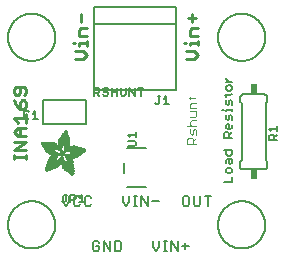
<source format=gbr>
G04 EAGLE Gerber RS-274X export*
G75*
%MOMM*%
%FSLAX34Y34*%
%LPD*%
%INSilkscreen Top*%
%IPPOS*%
%AMOC8*
5,1,8,0,0,1.08239X$1,22.5*%
G01*
%ADD10C,0.228600*%
%ADD11C,0.076200*%
%ADD12C,0.177800*%
%ADD13C,0.127000*%
%ADD14C,0.203200*%
%ADD15C,0.152400*%
%ADD16R,0.050800X0.006300*%
%ADD17R,0.082600X0.006400*%
%ADD18R,0.120600X0.006300*%
%ADD19R,0.139700X0.006400*%
%ADD20R,0.158800X0.006300*%
%ADD21R,0.177800X0.006400*%
%ADD22R,0.196800X0.006300*%
%ADD23R,0.215900X0.006400*%
%ADD24R,0.228600X0.006300*%
%ADD25R,0.241300X0.006400*%
%ADD26R,0.254000X0.006300*%
%ADD27R,0.266700X0.006400*%
%ADD28R,0.279400X0.006300*%
%ADD29R,0.285700X0.006400*%
%ADD30R,0.298400X0.006300*%
%ADD31R,0.311200X0.006400*%
%ADD32R,0.317500X0.006300*%
%ADD33R,0.330200X0.006400*%
%ADD34R,0.336600X0.006300*%
%ADD35R,0.349200X0.006400*%
%ADD36R,0.361900X0.006300*%
%ADD37R,0.368300X0.006400*%
%ADD38R,0.381000X0.006300*%
%ADD39R,0.387300X0.006400*%
%ADD40R,0.393700X0.006300*%
%ADD41R,0.406400X0.006400*%
%ADD42R,0.412700X0.006300*%
%ADD43R,0.419100X0.006400*%
%ADD44R,0.431800X0.006300*%
%ADD45R,0.438100X0.006400*%
%ADD46R,0.450800X0.006300*%
%ADD47R,0.457200X0.006400*%
%ADD48R,0.463500X0.006300*%
%ADD49R,0.476200X0.006400*%
%ADD50R,0.482600X0.006300*%
%ADD51R,0.488900X0.006400*%
%ADD52R,0.501600X0.006300*%
%ADD53R,0.508000X0.006400*%
%ADD54R,0.514300X0.006300*%
%ADD55R,0.527000X0.006400*%
%ADD56R,0.533400X0.006300*%
%ADD57R,0.546100X0.006400*%
%ADD58R,0.552400X0.006300*%
%ADD59R,0.558800X0.006400*%
%ADD60R,0.571500X0.006300*%
%ADD61R,0.577800X0.006400*%
%ADD62R,0.584200X0.006300*%
%ADD63R,0.596900X0.006400*%
%ADD64R,0.603200X0.006300*%
%ADD65R,0.609600X0.006400*%
%ADD66R,0.622300X0.006300*%
%ADD67R,0.628600X0.006400*%
%ADD68R,0.641300X0.006300*%
%ADD69R,0.647700X0.006400*%
%ADD70R,0.063500X0.006300*%
%ADD71R,0.654000X0.006300*%
%ADD72R,0.101600X0.006400*%
%ADD73R,0.666700X0.006400*%
%ADD74R,0.139700X0.006300*%
%ADD75R,0.673100X0.006300*%
%ADD76R,0.165100X0.006400*%
%ADD77R,0.679400X0.006400*%
%ADD78R,0.196900X0.006300*%
%ADD79R,0.692100X0.006300*%
%ADD80R,0.222200X0.006400*%
%ADD81R,0.698500X0.006400*%
%ADD82R,0.247700X0.006300*%
%ADD83R,0.704800X0.006300*%
%ADD84R,0.279400X0.006400*%
%ADD85R,0.717500X0.006400*%
%ADD86R,0.298500X0.006300*%
%ADD87R,0.723900X0.006300*%
%ADD88R,0.736600X0.006400*%
%ADD89R,0.342900X0.006300*%
%ADD90R,0.742900X0.006300*%
%ADD91R,0.374700X0.006400*%
%ADD92R,0.749300X0.006400*%
%ADD93R,0.762000X0.006300*%
%ADD94R,0.412700X0.006400*%
%ADD95R,0.768300X0.006400*%
%ADD96R,0.438100X0.006300*%
%ADD97R,0.774700X0.006300*%
%ADD98R,0.463600X0.006400*%
%ADD99R,0.787400X0.006400*%
%ADD100R,0.793700X0.006300*%
%ADD101R,0.495300X0.006400*%
%ADD102R,0.800100X0.006400*%
%ADD103R,0.520700X0.006300*%
%ADD104R,0.812800X0.006300*%
%ADD105R,0.533400X0.006400*%
%ADD106R,0.819100X0.006400*%
%ADD107R,0.558800X0.006300*%
%ADD108R,0.825500X0.006300*%
%ADD109R,0.577900X0.006400*%
%ADD110R,0.831800X0.006400*%
%ADD111R,0.596900X0.006300*%
%ADD112R,0.844500X0.006300*%
%ADD113R,0.616000X0.006400*%
%ADD114R,0.850900X0.006400*%
%ADD115R,0.635000X0.006300*%
%ADD116R,0.857200X0.006300*%
%ADD117R,0.654100X0.006400*%
%ADD118R,0.863600X0.006400*%
%ADD119R,0.666700X0.006300*%
%ADD120R,0.869900X0.006300*%
%ADD121R,0.685800X0.006400*%
%ADD122R,0.876300X0.006400*%
%ADD123R,0.882600X0.006300*%
%ADD124R,0.723900X0.006400*%
%ADD125R,0.889000X0.006400*%
%ADD126R,0.895300X0.006300*%
%ADD127R,0.755700X0.006400*%
%ADD128R,0.901700X0.006400*%
%ADD129R,0.908000X0.006300*%
%ADD130R,0.793800X0.006400*%
%ADD131R,0.914400X0.006400*%
%ADD132R,0.806400X0.006300*%
%ADD133R,0.920700X0.006300*%
%ADD134R,0.825500X0.006400*%
%ADD135R,0.927100X0.006400*%
%ADD136R,0.933400X0.006300*%
%ADD137R,0.857300X0.006400*%
%ADD138R,0.939800X0.006400*%
%ADD139R,0.870000X0.006300*%
%ADD140R,0.939800X0.006300*%
%ADD141R,0.946100X0.006400*%
%ADD142R,0.952500X0.006300*%
%ADD143R,0.908000X0.006400*%
%ADD144R,0.958800X0.006400*%
%ADD145R,0.965200X0.006300*%
%ADD146R,0.965200X0.006400*%
%ADD147R,0.971500X0.006300*%
%ADD148R,0.952500X0.006400*%
%ADD149R,0.977900X0.006400*%
%ADD150R,0.958800X0.006300*%
%ADD151R,0.984200X0.006300*%
%ADD152R,0.971500X0.006400*%
%ADD153R,0.984200X0.006400*%
%ADD154R,0.990600X0.006300*%
%ADD155R,0.984300X0.006400*%
%ADD156R,0.996900X0.006400*%
%ADD157R,0.997000X0.006300*%
%ADD158R,0.996900X0.006300*%
%ADD159R,1.003300X0.006400*%
%ADD160R,1.016000X0.006300*%
%ADD161R,1.009600X0.006300*%
%ADD162R,1.016000X0.006400*%
%ADD163R,1.009600X0.006400*%
%ADD164R,1.022300X0.006300*%
%ADD165R,1.028700X0.006400*%
%ADD166R,1.035100X0.006300*%
%ADD167R,1.047800X0.006400*%
%ADD168R,1.054100X0.006300*%
%ADD169R,1.028700X0.006300*%
%ADD170R,1.054100X0.006400*%
%ADD171R,1.035000X0.006400*%
%ADD172R,1.060400X0.006300*%
%ADD173R,1.035000X0.006300*%
%ADD174R,1.060500X0.006400*%
%ADD175R,1.041400X0.006400*%
%ADD176R,1.066800X0.006300*%
%ADD177R,1.041400X0.006300*%
%ADD178R,1.079500X0.006400*%
%ADD179R,1.047700X0.006400*%
%ADD180R,1.085900X0.006300*%
%ADD181R,1.047700X0.006300*%
%ADD182R,1.085800X0.006400*%
%ADD183R,1.092200X0.006300*%
%ADD184R,1.085900X0.006400*%
%ADD185R,1.098600X0.006300*%
%ADD186R,1.098600X0.006400*%
%ADD187R,1.060400X0.006400*%
%ADD188R,1.104900X0.006300*%
%ADD189R,1.104900X0.006400*%
%ADD190R,1.066800X0.006400*%
%ADD191R,1.111200X0.006300*%
%ADD192R,1.117600X0.006400*%
%ADD193R,1.117600X0.006300*%
%ADD194R,1.073100X0.006300*%
%ADD195R,1.073100X0.006400*%
%ADD196R,1.124000X0.006300*%
%ADD197R,1.079500X0.006300*%
%ADD198R,1.123900X0.006400*%
%ADD199R,1.130300X0.006300*%
%ADD200R,1.130300X0.006400*%
%ADD201R,1.136700X0.006400*%
%ADD202R,1.136700X0.006300*%
%ADD203R,1.085800X0.006300*%
%ADD204R,1.136600X0.006400*%
%ADD205R,1.136600X0.006300*%
%ADD206R,1.143000X0.006400*%
%ADD207R,1.143000X0.006300*%
%ADD208R,1.149400X0.006300*%
%ADD209R,1.149300X0.006300*%
%ADD210R,1.149300X0.006400*%
%ADD211R,1.149400X0.006400*%
%ADD212R,1.155700X0.006400*%
%ADD213R,1.155700X0.006300*%
%ADD214R,1.060500X0.006300*%
%ADD215R,2.197100X0.006400*%
%ADD216R,2.197100X0.006300*%
%ADD217R,2.184400X0.006300*%
%ADD218R,2.184400X0.006400*%
%ADD219R,2.171700X0.006400*%
%ADD220R,2.171700X0.006300*%
%ADD221R,1.530300X0.006400*%
%ADD222R,1.505000X0.006300*%
%ADD223R,1.492300X0.006400*%
%ADD224R,1.485900X0.006300*%
%ADD225R,0.565200X0.006300*%
%ADD226R,1.473200X0.006400*%
%ADD227R,0.565200X0.006400*%
%ADD228R,1.460500X0.006300*%
%ADD229R,1.454100X0.006400*%
%ADD230R,0.552400X0.006400*%
%ADD231R,1.441500X0.006300*%
%ADD232R,0.546100X0.006300*%
%ADD233R,1.435100X0.006400*%
%ADD234R,0.539800X0.006400*%
%ADD235R,1.428800X0.006300*%
%ADD236R,1.422400X0.006400*%
%ADD237R,1.409700X0.006300*%
%ADD238R,0.527100X0.006300*%
%ADD239R,1.403300X0.006400*%
%ADD240R,0.527100X0.006400*%
%ADD241R,1.390700X0.006300*%
%ADD242R,1.384300X0.006400*%
%ADD243R,0.520700X0.006400*%
%ADD244R,1.384300X0.006300*%
%ADD245R,0.514400X0.006300*%
%ADD246R,1.371600X0.006400*%
%ADD247R,1.365200X0.006300*%
%ADD248R,0.508000X0.006300*%
%ADD249R,1.352600X0.006400*%
%ADD250R,0.501700X0.006400*%
%ADD251R,0.711200X0.006300*%
%ADD252R,0.603300X0.006300*%
%ADD253R,0.501700X0.006300*%
%ADD254R,0.692100X0.006400*%
%ADD255R,0.571500X0.006400*%
%ADD256R,0.679400X0.006300*%
%ADD257R,0.495300X0.006300*%
%ADD258R,0.673100X0.006400*%
%ADD259R,0.666800X0.006300*%
%ADD260R,0.488900X0.006300*%
%ADD261R,0.660400X0.006400*%
%ADD262R,0.482600X0.006400*%
%ADD263R,0.476200X0.006300*%
%ADD264R,0.654000X0.006400*%
%ADD265R,0.469900X0.006400*%
%ADD266R,0.476300X0.006400*%
%ADD267R,0.647700X0.006300*%
%ADD268R,0.457200X0.006300*%
%ADD269R,0.469900X0.006300*%
%ADD270R,0.641300X0.006400*%
%ADD271R,0.444500X0.006400*%
%ADD272R,0.463600X0.006300*%
%ADD273R,0.635000X0.006400*%
%ADD274R,0.463500X0.006400*%
%ADD275R,0.393700X0.006400*%
%ADD276R,0.450800X0.006400*%
%ADD277R,0.628600X0.006300*%
%ADD278R,0.387400X0.006300*%
%ADD279R,0.450900X0.006300*%
%ADD280R,0.628700X0.006400*%
%ADD281R,0.374600X0.006400*%
%ADD282R,0.368300X0.006300*%
%ADD283R,0.438200X0.006300*%
%ADD284R,0.622300X0.006400*%
%ADD285R,0.355600X0.006400*%
%ADD286R,0.431800X0.006400*%
%ADD287R,0.349300X0.006300*%
%ADD288R,0.425400X0.006300*%
%ADD289R,0.615900X0.006300*%
%ADD290R,0.330200X0.006300*%
%ADD291R,0.419100X0.006300*%
%ADD292R,0.616000X0.006300*%
%ADD293R,0.311200X0.006300*%
%ADD294R,0.406400X0.006300*%
%ADD295R,0.615900X0.006400*%
%ADD296R,0.304800X0.006400*%
%ADD297R,0.158800X0.006400*%
%ADD298R,0.609600X0.006300*%
%ADD299R,0.292100X0.006300*%
%ADD300R,0.235000X0.006300*%
%ADD301R,0.387400X0.006400*%
%ADD302R,0.292100X0.006400*%
%ADD303R,0.336500X0.006300*%
%ADD304R,0.260400X0.006300*%
%ADD305R,0.603300X0.006400*%
%ADD306R,0.260400X0.006400*%
%ADD307R,0.362000X0.006400*%
%ADD308R,0.450900X0.006400*%
%ADD309R,0.355600X0.006300*%
%ADD310R,0.342900X0.006400*%
%ADD311R,0.514300X0.006400*%
%ADD312R,0.234900X0.006300*%
%ADD313R,0.539700X0.006300*%
%ADD314R,0.603200X0.006400*%
%ADD315R,0.234900X0.006400*%
%ADD316R,0.920700X0.006400*%
%ADD317R,0.958900X0.006400*%
%ADD318R,0.215900X0.006300*%
%ADD319R,0.209600X0.006400*%
%ADD320R,0.203200X0.006300*%
%ADD321R,1.003300X0.006300*%
%ADD322R,0.203200X0.006400*%
%ADD323R,0.196900X0.006400*%
%ADD324R,0.190500X0.006300*%
%ADD325R,0.190500X0.006400*%
%ADD326R,0.184200X0.006300*%
%ADD327R,0.590500X0.006400*%
%ADD328R,0.184200X0.006400*%
%ADD329R,0.590500X0.006300*%
%ADD330R,0.177800X0.006300*%
%ADD331R,0.584200X0.006400*%
%ADD332R,1.168400X0.006400*%
%ADD333R,0.171500X0.006300*%
%ADD334R,1.187500X0.006300*%
%ADD335R,1.200100X0.006400*%
%ADD336R,0.577800X0.006300*%
%ADD337R,1.212900X0.006300*%
%ADD338R,1.231900X0.006400*%
%ADD339R,1.250900X0.006300*%
%ADD340R,0.565100X0.006400*%
%ADD341R,0.184100X0.006400*%
%ADD342R,1.263700X0.006400*%
%ADD343R,0.565100X0.006300*%
%ADD344R,1.289100X0.006300*%
%ADD345R,1.314400X0.006400*%
%ADD346R,0.552500X0.006300*%
%ADD347R,1.568500X0.006300*%
%ADD348R,0.552500X0.006400*%
%ADD349R,1.581200X0.006400*%
%ADD350R,1.593800X0.006300*%
%ADD351R,1.606500X0.006400*%
%ADD352R,1.619300X0.006300*%
%ADD353R,0.514400X0.006400*%
%ADD354R,1.638300X0.006400*%
%ADD355R,1.657300X0.006300*%
%ADD356R,2.209800X0.006400*%
%ADD357R,2.425700X0.006300*%
%ADD358R,2.470100X0.006400*%
%ADD359R,2.501900X0.006300*%
%ADD360R,2.533700X0.006400*%
%ADD361R,2.559000X0.006300*%
%ADD362R,2.584500X0.006400*%
%ADD363R,2.609900X0.006300*%
%ADD364R,2.628900X0.006400*%
%ADD365R,2.660600X0.006300*%
%ADD366R,2.673400X0.006400*%
%ADD367R,1.422400X0.006300*%
%ADD368R,1.200200X0.006300*%
%ADD369R,1.365300X0.006300*%
%ADD370R,1.365300X0.006400*%
%ADD371R,1.352500X0.006300*%
%ADD372R,1.098500X0.006300*%
%ADD373R,1.358900X0.006400*%
%ADD374R,1.352600X0.006300*%
%ADD375R,1.358900X0.006300*%
%ADD376R,1.371600X0.006300*%
%ADD377R,1.377900X0.006400*%
%ADD378R,1.397000X0.006400*%
%ADD379R,1.403300X0.006300*%
%ADD380R,0.914400X0.006300*%
%ADD381R,0.876300X0.006300*%
%ADD382R,0.374600X0.006300*%
%ADD383R,1.073200X0.006400*%
%ADD384R,0.374700X0.006300*%
%ADD385R,0.844600X0.006400*%
%ADD386R,0.844600X0.006300*%
%ADD387R,0.831900X0.006400*%
%ADD388R,1.092200X0.006400*%
%ADD389R,0.400000X0.006300*%
%ADD390R,0.819200X0.006400*%
%ADD391R,1.111300X0.006400*%
%ADD392R,0.812800X0.006400*%
%ADD393R,0.800100X0.006300*%
%ADD394R,0.476300X0.006300*%
%ADD395R,1.181100X0.006300*%
%ADD396R,0.501600X0.006400*%
%ADD397R,1.193800X0.006400*%
%ADD398R,0.781000X0.006400*%
%ADD399R,1.238200X0.006400*%
%ADD400R,0.781100X0.006300*%
%ADD401R,1.257300X0.006300*%
%ADD402R,1.295400X0.006400*%
%ADD403R,1.333500X0.006300*%
%ADD404R,0.774700X0.006400*%
%ADD405R,1.866900X0.006400*%
%ADD406R,0.209600X0.006300*%
%ADD407R,1.866900X0.006300*%
%ADD408R,0.768400X0.006400*%
%ADD409R,0.209500X0.006400*%
%ADD410R,1.860600X0.006400*%
%ADD411R,0.762000X0.006400*%
%ADD412R,0.768400X0.006300*%
%ADD413R,1.860600X0.006300*%
%ADD414R,1.860500X0.006400*%
%ADD415R,0.222300X0.006300*%
%ADD416R,1.854200X0.006300*%
%ADD417R,0.235000X0.006400*%
%ADD418R,1.854200X0.006400*%
%ADD419R,0.768300X0.006300*%
%ADD420R,0.260300X0.006400*%
%ADD421R,1.847800X0.006400*%
%ADD422R,0.266700X0.006300*%
%ADD423R,1.847800X0.006300*%
%ADD424R,0.273100X0.006400*%
%ADD425R,1.841500X0.006400*%
%ADD426R,0.285800X0.006300*%
%ADD427R,1.841500X0.006300*%
%ADD428R,0.298500X0.006400*%
%ADD429R,1.835100X0.006400*%
%ADD430R,0.781000X0.006300*%
%ADD431R,0.304800X0.006300*%
%ADD432R,1.835100X0.006300*%
%ADD433R,0.317500X0.006400*%
%ADD434R,1.828800X0.006400*%
%ADD435R,0.787400X0.006300*%
%ADD436R,0.323800X0.006300*%
%ADD437R,1.828800X0.006300*%
%ADD438R,0.793700X0.006400*%
%ADD439R,1.822400X0.006400*%
%ADD440R,0.806500X0.006300*%
%ADD441R,1.822400X0.006300*%
%ADD442R,1.816100X0.006400*%
%ADD443R,0.819100X0.006300*%
%ADD444R,0.387300X0.006300*%
%ADD445R,1.816100X0.006300*%
%ADD446R,1.809800X0.006400*%
%ADD447R,1.803400X0.006300*%
%ADD448R,1.797000X0.006400*%
%ADD449R,0.901700X0.006300*%
%ADD450R,1.797000X0.006300*%
%ADD451R,1.441400X0.006400*%
%ADD452R,1.790700X0.006400*%
%ADD453R,1.447800X0.006300*%
%ADD454R,1.784300X0.006300*%
%ADD455R,1.447800X0.006400*%
%ADD456R,1.784300X0.006400*%
%ADD457R,1.454100X0.006300*%
%ADD458R,1.771700X0.006300*%
%ADD459R,1.460500X0.006400*%
%ADD460R,1.759000X0.006400*%
%ADD461R,1.466800X0.006300*%
%ADD462R,1.752600X0.006300*%
%ADD463R,1.466800X0.006400*%
%ADD464R,1.739900X0.006400*%
%ADD465R,1.473200X0.006300*%
%ADD466R,1.727200X0.006300*%
%ADD467R,1.479500X0.006400*%
%ADD468R,1.714500X0.006400*%
%ADD469R,1.695400X0.006300*%
%ADD470R,1.485900X0.006400*%
%ADD471R,1.682700X0.006400*%
%ADD472R,1.492200X0.006300*%
%ADD473R,1.663700X0.006300*%
%ADD474R,1.498600X0.006400*%
%ADD475R,1.644600X0.006400*%
%ADD476R,1.498600X0.006300*%
%ADD477R,1.619200X0.006300*%
%ADD478R,1.511300X0.006400*%
%ADD479R,1.600200X0.006400*%
%ADD480R,1.517700X0.006300*%
%ADD481R,1.574800X0.006300*%
%ADD482R,1.524000X0.006400*%
%ADD483R,1.555800X0.006400*%
%ADD484R,1.524000X0.006300*%
%ADD485R,1.536700X0.006300*%
%ADD486R,1.530400X0.006400*%
%ADD487R,1.517700X0.006400*%
%ADD488R,1.492300X0.006300*%
%ADD489R,1.549400X0.006400*%
%ADD490R,1.479600X0.006400*%
%ADD491R,1.549400X0.006300*%
%ADD492R,1.555700X0.006400*%
%ADD493R,1.562100X0.006300*%
%ADD494R,0.323900X0.006300*%
%ADD495R,1.568400X0.006400*%
%ADD496R,0.336600X0.006400*%
%ADD497R,1.587500X0.006300*%
%ADD498R,0.971600X0.006300*%
%ADD499R,0.349300X0.006400*%
%ADD500R,1.600200X0.006300*%
%ADD501R,0.920800X0.006300*%
%ADD502R,0.882700X0.006400*%
%ADD503R,1.612900X0.006300*%
%ADD504R,0.362000X0.006300*%
%ADD505R,1.625600X0.006400*%
%ADD506R,1.625600X0.006300*%
%ADD507R,1.644600X0.006300*%
%ADD508R,0.736600X0.006300*%
%ADD509R,0.717600X0.006400*%
%ADD510R,1.657400X0.006300*%
%ADD511R,0.679500X0.006300*%
%ADD512R,1.663700X0.006400*%
%ADD513R,0.400000X0.006400*%
%ADD514R,1.676400X0.006300*%
%ADD515R,1.676400X0.006400*%
%ADD516R,0.425500X0.006400*%
%ADD517R,1.352500X0.006400*%
%ADD518R,0.444500X0.006300*%
%ADD519R,0.361900X0.006400*%
%ADD520R,0.088900X0.006300*%
%ADD521R,1.009700X0.006300*%
%ADD522R,1.009700X0.006400*%
%ADD523R,1.022300X0.006400*%
%ADD524R,1.346200X0.006400*%
%ADD525R,1.346200X0.006300*%
%ADD526R,1.339900X0.006400*%
%ADD527R,1.035100X0.006400*%
%ADD528R,1.339800X0.006300*%
%ADD529R,1.333500X0.006400*%
%ADD530R,1.327200X0.006400*%
%ADD531R,1.320800X0.006300*%
%ADD532R,1.314500X0.006400*%
%ADD533R,1.314400X0.006300*%
%ADD534R,1.301700X0.006400*%
%ADD535R,1.295400X0.006300*%
%ADD536R,1.289000X0.006400*%
%ADD537R,1.276300X0.006300*%
%ADD538R,1.251000X0.006300*%
%ADD539R,1.244600X0.006400*%
%ADD540R,1.231900X0.006300*%
%ADD541R,1.212800X0.006400*%
%ADD542R,1.200100X0.006300*%
%ADD543R,1.187400X0.006400*%
%ADD544R,1.168400X0.006300*%
%ADD545R,1.047800X0.006300*%
%ADD546R,0.977900X0.006300*%
%ADD547R,0.946200X0.006400*%
%ADD548R,0.933400X0.006400*%
%ADD549R,0.895300X0.006400*%
%ADD550R,0.882700X0.006300*%
%ADD551R,0.863600X0.006300*%
%ADD552R,0.857200X0.006400*%
%ADD553R,0.850900X0.006300*%
%ADD554R,0.838200X0.006300*%
%ADD555R,0.806500X0.006400*%
%ADD556R,0.717600X0.006300*%
%ADD557R,0.711200X0.006400*%
%ADD558R,0.641400X0.006400*%
%ADD559R,0.641400X0.006300*%
%ADD560R,0.628700X0.006300*%
%ADD561R,0.590600X0.006300*%
%ADD562R,0.539700X0.006400*%
%ADD563R,0.285700X0.006300*%
%ADD564R,0.222200X0.006300*%
%ADD565R,0.171400X0.006300*%
%ADD566R,0.152400X0.006400*%
%ADD567R,0.133400X0.006300*%
%ADD568R,0.609600X0.863600*%


D10*
X62294Y165545D02*
X69243Y165545D01*
X72717Y169019D01*
X69243Y172494D01*
X62294Y172494D01*
X65768Y177239D02*
X65768Y178976D01*
X72717Y178976D01*
X72717Y177239D02*
X72717Y180713D01*
X62294Y178976D02*
X60557Y178976D01*
X65768Y185035D02*
X72717Y185035D01*
X65768Y185035D02*
X65768Y190246D01*
X67506Y191984D01*
X72717Y191984D01*
X67506Y196729D02*
X67506Y203678D01*
X156004Y165705D02*
X162953Y165705D01*
X166427Y169179D01*
X162953Y172654D01*
X156004Y172654D01*
X159478Y177399D02*
X159478Y179136D01*
X166427Y179136D01*
X166427Y177399D02*
X166427Y180873D01*
X156004Y179136D02*
X154267Y179136D01*
X159478Y185195D02*
X166427Y185195D01*
X159478Y185195D02*
X159478Y190406D01*
X161216Y192144D01*
X166427Y192144D01*
X161216Y196889D02*
X161216Y203838D01*
X164690Y200363D02*
X157741Y200363D01*
D11*
X157207Y94121D02*
X164579Y94121D01*
X157207Y94121D02*
X157207Y97807D01*
X158435Y99036D01*
X160893Y99036D01*
X162122Y97807D01*
X162122Y94121D01*
X162122Y96578D02*
X164579Y99036D01*
X164579Y101605D02*
X164579Y105291D01*
X163350Y106520D01*
X162122Y105291D01*
X162122Y102834D01*
X160893Y101605D01*
X159664Y102834D01*
X159664Y106520D01*
X157207Y109089D02*
X164579Y109089D01*
X160893Y109089D02*
X159664Y110318D01*
X159664Y112775D01*
X160893Y114004D01*
X164579Y114004D01*
X163350Y116573D02*
X159664Y116573D01*
X163350Y116573D02*
X164579Y117802D01*
X164579Y121488D01*
X159664Y121488D01*
X159664Y124058D02*
X164579Y124058D01*
X159664Y124058D02*
X159664Y127744D01*
X160893Y128972D01*
X164579Y128972D01*
X163350Y132770D02*
X158435Y132770D01*
X163350Y132770D02*
X164579Y133999D01*
X159664Y133999D02*
X159664Y131542D01*
D10*
X20627Y84337D02*
X20627Y80863D01*
X20627Y82600D02*
X10204Y82600D01*
X10204Y80863D02*
X10204Y84337D01*
X10204Y88659D02*
X20627Y88659D01*
X20627Y95608D02*
X10204Y88659D01*
X10204Y95608D02*
X20627Y95608D01*
X20627Y100353D02*
X13678Y100353D01*
X10204Y103827D01*
X13678Y107302D01*
X20627Y107302D01*
X15416Y107302D02*
X15416Y100353D01*
X13678Y112047D02*
X10204Y115521D01*
X20627Y115521D01*
X20627Y112047D02*
X20627Y118996D01*
X11941Y127215D02*
X10204Y130689D01*
X11941Y127215D02*
X15416Y123741D01*
X18890Y123741D01*
X20627Y125478D01*
X20627Y128952D01*
X18890Y130689D01*
X17153Y130689D01*
X15416Y128952D01*
X15416Y123741D01*
X18890Y135435D02*
X20627Y137172D01*
X20627Y140646D01*
X18890Y142383D01*
X11941Y142383D01*
X10204Y140646D01*
X10204Y137172D01*
X11941Y135435D01*
X13678Y135435D01*
X15416Y137172D01*
X15416Y142383D01*
D12*
X51689Y49918D02*
X51689Y44325D01*
X54485Y41529D01*
X57282Y44325D01*
X57282Y49918D01*
X65239Y49918D02*
X66637Y48520D01*
X65239Y49918D02*
X62442Y49918D01*
X61044Y48520D01*
X61044Y42927D01*
X62442Y41529D01*
X65239Y41529D01*
X66637Y42927D01*
X74594Y49918D02*
X75992Y48520D01*
X74594Y49918D02*
X71798Y49918D01*
X70399Y48520D01*
X70399Y42927D01*
X71798Y41529D01*
X74594Y41529D01*
X75992Y42927D01*
X81284Y11818D02*
X82682Y10420D01*
X81284Y11818D02*
X78487Y11818D01*
X77089Y10420D01*
X77089Y4827D01*
X78487Y3429D01*
X81284Y3429D01*
X82682Y4827D01*
X82682Y7624D01*
X79885Y7624D01*
X86444Y3429D02*
X86444Y11818D01*
X92037Y3429D01*
X92037Y11818D01*
X95799Y11818D02*
X95799Y3429D01*
X99994Y3429D01*
X101392Y4827D01*
X101392Y10420D01*
X99994Y11818D01*
X95799Y11818D01*
X102489Y44325D02*
X102489Y49918D01*
X102489Y44325D02*
X105285Y41529D01*
X108082Y44325D01*
X108082Y49918D01*
X111844Y41529D02*
X114641Y41529D01*
X113242Y41529D02*
X113242Y49918D01*
X111844Y49918D02*
X114641Y49918D01*
X118081Y49918D02*
X118081Y41529D01*
X123674Y41529D02*
X118081Y49918D01*
X123674Y49918D02*
X123674Y41529D01*
X127436Y45724D02*
X133029Y45724D01*
X127889Y11818D02*
X127889Y6225D01*
X130685Y3429D01*
X133482Y6225D01*
X133482Y11818D01*
X137244Y3429D02*
X140041Y3429D01*
X138642Y3429D02*
X138642Y11818D01*
X137244Y11818D02*
X140041Y11818D01*
X143481Y11818D02*
X143481Y3429D01*
X149074Y3429D02*
X143481Y11818D01*
X149074Y11818D02*
X149074Y3429D01*
X152836Y7624D02*
X158429Y7624D01*
X155633Y10420D02*
X155633Y4827D01*
X154687Y49918D02*
X157484Y49918D01*
X154687Y49918D02*
X153289Y48520D01*
X153289Y42927D01*
X154687Y41529D01*
X157484Y41529D01*
X158882Y42927D01*
X158882Y48520D01*
X157484Y49918D01*
X162644Y49918D02*
X162644Y42927D01*
X164042Y41529D01*
X166839Y41529D01*
X168237Y42927D01*
X168237Y49918D01*
X174796Y49918D02*
X174796Y41529D01*
X171999Y49918D02*
X177592Y49918D01*
D13*
X188081Y61595D02*
X194945Y61595D01*
X194945Y66171D01*
X194945Y70223D02*
X194945Y72511D01*
X193801Y73655D01*
X191513Y73655D01*
X190369Y72511D01*
X190369Y70223D01*
X191513Y69079D01*
X193801Y69079D01*
X194945Y70223D01*
X190369Y77707D02*
X190369Y79995D01*
X191513Y81139D01*
X194945Y81139D01*
X194945Y77707D01*
X193801Y76563D01*
X192657Y77707D01*
X192657Y81139D01*
X194945Y88623D02*
X188081Y88623D01*
X194945Y88623D02*
X194945Y85191D01*
X193801Y84047D01*
X191513Y84047D01*
X190369Y85191D01*
X190369Y88623D01*
X188081Y99016D02*
X194945Y99016D01*
X188081Y99016D02*
X188081Y102448D01*
X189225Y103592D01*
X191513Y103592D01*
X192657Y102448D01*
X192657Y99016D01*
X192657Y101304D02*
X194945Y103592D01*
X194945Y107644D02*
X194945Y109932D01*
X194945Y107644D02*
X193801Y106500D01*
X191513Y106500D01*
X190369Y107644D01*
X190369Y109932D01*
X191513Y111076D01*
X192657Y111076D01*
X192657Y106500D01*
X194945Y113984D02*
X194945Y117416D01*
X193801Y118560D01*
X192657Y117416D01*
X192657Y115128D01*
X191513Y113984D01*
X190369Y115128D01*
X190369Y118560D01*
X190369Y121468D02*
X190369Y122612D01*
X194945Y122612D01*
X194945Y121468D02*
X194945Y123756D01*
X188081Y122612D02*
X186937Y122612D01*
X194945Y126458D02*
X194945Y129890D01*
X193801Y131034D01*
X192657Y129890D01*
X192657Y127602D01*
X191513Y126458D01*
X190369Y127602D01*
X190369Y131034D01*
X189225Y135086D02*
X193801Y135086D01*
X194945Y136230D01*
X190369Y136230D02*
X190369Y133942D01*
X194945Y140075D02*
X194945Y142363D01*
X193801Y143507D01*
X191513Y143507D01*
X190369Y142363D01*
X190369Y140075D01*
X191513Y138931D01*
X193801Y138931D01*
X194945Y140075D01*
X194945Y146415D02*
X190369Y146415D01*
X192657Y146415D02*
X190369Y148703D01*
X190369Y149847D01*
D14*
X34840Y131190D02*
X34840Y111190D01*
X34840Y131190D02*
X71840Y131190D01*
X71840Y111190D01*
X34840Y111190D01*
D15*
X23220Y120602D02*
X22119Y121704D01*
X19915Y121704D01*
X18814Y120602D01*
X18814Y116196D01*
X19915Y115094D01*
X22119Y115094D01*
X23220Y116196D01*
X26298Y119500D02*
X28501Y121704D01*
X28501Y115094D01*
X26298Y115094D02*
X30704Y115094D01*
D14*
X183200Y25400D02*
X183206Y25891D01*
X183224Y26381D01*
X183254Y26871D01*
X183296Y27360D01*
X183350Y27848D01*
X183416Y28335D01*
X183494Y28819D01*
X183584Y29302D01*
X183686Y29782D01*
X183799Y30260D01*
X183924Y30734D01*
X184061Y31206D01*
X184209Y31674D01*
X184369Y32138D01*
X184540Y32598D01*
X184722Y33054D01*
X184916Y33505D01*
X185120Y33951D01*
X185336Y34392D01*
X185562Y34828D01*
X185798Y35258D01*
X186045Y35682D01*
X186303Y36100D01*
X186571Y36511D01*
X186848Y36916D01*
X187136Y37314D01*
X187433Y37705D01*
X187740Y38088D01*
X188056Y38463D01*
X188381Y38831D01*
X188715Y39191D01*
X189058Y39542D01*
X189409Y39885D01*
X189769Y40219D01*
X190137Y40544D01*
X190512Y40860D01*
X190895Y41167D01*
X191286Y41464D01*
X191684Y41752D01*
X192089Y42029D01*
X192500Y42297D01*
X192918Y42555D01*
X193342Y42802D01*
X193772Y43038D01*
X194208Y43264D01*
X194649Y43480D01*
X195095Y43684D01*
X195546Y43878D01*
X196002Y44060D01*
X196462Y44231D01*
X196926Y44391D01*
X197394Y44539D01*
X197866Y44676D01*
X198340Y44801D01*
X198818Y44914D01*
X199298Y45016D01*
X199781Y45106D01*
X200265Y45184D01*
X200752Y45250D01*
X201240Y45304D01*
X201729Y45346D01*
X202219Y45376D01*
X202709Y45394D01*
X203200Y45400D01*
X203691Y45394D01*
X204181Y45376D01*
X204671Y45346D01*
X205160Y45304D01*
X205648Y45250D01*
X206135Y45184D01*
X206619Y45106D01*
X207102Y45016D01*
X207582Y44914D01*
X208060Y44801D01*
X208534Y44676D01*
X209006Y44539D01*
X209474Y44391D01*
X209938Y44231D01*
X210398Y44060D01*
X210854Y43878D01*
X211305Y43684D01*
X211751Y43480D01*
X212192Y43264D01*
X212628Y43038D01*
X213058Y42802D01*
X213482Y42555D01*
X213900Y42297D01*
X214311Y42029D01*
X214716Y41752D01*
X215114Y41464D01*
X215505Y41167D01*
X215888Y40860D01*
X216263Y40544D01*
X216631Y40219D01*
X216991Y39885D01*
X217342Y39542D01*
X217685Y39191D01*
X218019Y38831D01*
X218344Y38463D01*
X218660Y38088D01*
X218967Y37705D01*
X219264Y37314D01*
X219552Y36916D01*
X219829Y36511D01*
X220097Y36100D01*
X220355Y35682D01*
X220602Y35258D01*
X220838Y34828D01*
X221064Y34392D01*
X221280Y33951D01*
X221484Y33505D01*
X221678Y33054D01*
X221860Y32598D01*
X222031Y32138D01*
X222191Y31674D01*
X222339Y31206D01*
X222476Y30734D01*
X222601Y30260D01*
X222714Y29782D01*
X222816Y29302D01*
X222906Y28819D01*
X222984Y28335D01*
X223050Y27848D01*
X223104Y27360D01*
X223146Y26871D01*
X223176Y26381D01*
X223194Y25891D01*
X223200Y25400D01*
X223194Y24909D01*
X223176Y24419D01*
X223146Y23929D01*
X223104Y23440D01*
X223050Y22952D01*
X222984Y22465D01*
X222906Y21981D01*
X222816Y21498D01*
X222714Y21018D01*
X222601Y20540D01*
X222476Y20066D01*
X222339Y19594D01*
X222191Y19126D01*
X222031Y18662D01*
X221860Y18202D01*
X221678Y17746D01*
X221484Y17295D01*
X221280Y16849D01*
X221064Y16408D01*
X220838Y15972D01*
X220602Y15542D01*
X220355Y15118D01*
X220097Y14700D01*
X219829Y14289D01*
X219552Y13884D01*
X219264Y13486D01*
X218967Y13095D01*
X218660Y12712D01*
X218344Y12337D01*
X218019Y11969D01*
X217685Y11609D01*
X217342Y11258D01*
X216991Y10915D01*
X216631Y10581D01*
X216263Y10256D01*
X215888Y9940D01*
X215505Y9633D01*
X215114Y9336D01*
X214716Y9048D01*
X214311Y8771D01*
X213900Y8503D01*
X213482Y8245D01*
X213058Y7998D01*
X212628Y7762D01*
X212192Y7536D01*
X211751Y7320D01*
X211305Y7116D01*
X210854Y6922D01*
X210398Y6740D01*
X209938Y6569D01*
X209474Y6409D01*
X209006Y6261D01*
X208534Y6124D01*
X208060Y5999D01*
X207582Y5886D01*
X207102Y5784D01*
X206619Y5694D01*
X206135Y5616D01*
X205648Y5550D01*
X205160Y5496D01*
X204671Y5454D01*
X204181Y5424D01*
X203691Y5406D01*
X203200Y5400D01*
X202709Y5406D01*
X202219Y5424D01*
X201729Y5454D01*
X201240Y5496D01*
X200752Y5550D01*
X200265Y5616D01*
X199781Y5694D01*
X199298Y5784D01*
X198818Y5886D01*
X198340Y5999D01*
X197866Y6124D01*
X197394Y6261D01*
X196926Y6409D01*
X196462Y6569D01*
X196002Y6740D01*
X195546Y6922D01*
X195095Y7116D01*
X194649Y7320D01*
X194208Y7536D01*
X193772Y7762D01*
X193342Y7998D01*
X192918Y8245D01*
X192500Y8503D01*
X192089Y8771D01*
X191684Y9048D01*
X191286Y9336D01*
X190895Y9633D01*
X190512Y9940D01*
X190137Y10256D01*
X189769Y10581D01*
X189409Y10915D01*
X189058Y11258D01*
X188715Y11609D01*
X188381Y11969D01*
X188056Y12337D01*
X187740Y12712D01*
X187433Y13095D01*
X187136Y13486D01*
X186848Y13884D01*
X186571Y14289D01*
X186303Y14700D01*
X186045Y15118D01*
X185798Y15542D01*
X185562Y15972D01*
X185336Y16408D01*
X185120Y16849D01*
X184916Y17295D01*
X184722Y17746D01*
X184540Y18202D01*
X184369Y18662D01*
X184209Y19126D01*
X184061Y19594D01*
X183924Y20066D01*
X183799Y20540D01*
X183686Y21018D01*
X183584Y21498D01*
X183494Y21981D01*
X183416Y22465D01*
X183350Y22952D01*
X183296Y23440D01*
X183254Y23929D01*
X183224Y24419D01*
X183206Y24909D01*
X183200Y25400D01*
X5400Y25400D02*
X5406Y25891D01*
X5424Y26381D01*
X5454Y26871D01*
X5496Y27360D01*
X5550Y27848D01*
X5616Y28335D01*
X5694Y28819D01*
X5784Y29302D01*
X5886Y29782D01*
X5999Y30260D01*
X6124Y30734D01*
X6261Y31206D01*
X6409Y31674D01*
X6569Y32138D01*
X6740Y32598D01*
X6922Y33054D01*
X7116Y33505D01*
X7320Y33951D01*
X7536Y34392D01*
X7762Y34828D01*
X7998Y35258D01*
X8245Y35682D01*
X8503Y36100D01*
X8771Y36511D01*
X9048Y36916D01*
X9336Y37314D01*
X9633Y37705D01*
X9940Y38088D01*
X10256Y38463D01*
X10581Y38831D01*
X10915Y39191D01*
X11258Y39542D01*
X11609Y39885D01*
X11969Y40219D01*
X12337Y40544D01*
X12712Y40860D01*
X13095Y41167D01*
X13486Y41464D01*
X13884Y41752D01*
X14289Y42029D01*
X14700Y42297D01*
X15118Y42555D01*
X15542Y42802D01*
X15972Y43038D01*
X16408Y43264D01*
X16849Y43480D01*
X17295Y43684D01*
X17746Y43878D01*
X18202Y44060D01*
X18662Y44231D01*
X19126Y44391D01*
X19594Y44539D01*
X20066Y44676D01*
X20540Y44801D01*
X21018Y44914D01*
X21498Y45016D01*
X21981Y45106D01*
X22465Y45184D01*
X22952Y45250D01*
X23440Y45304D01*
X23929Y45346D01*
X24419Y45376D01*
X24909Y45394D01*
X25400Y45400D01*
X25891Y45394D01*
X26381Y45376D01*
X26871Y45346D01*
X27360Y45304D01*
X27848Y45250D01*
X28335Y45184D01*
X28819Y45106D01*
X29302Y45016D01*
X29782Y44914D01*
X30260Y44801D01*
X30734Y44676D01*
X31206Y44539D01*
X31674Y44391D01*
X32138Y44231D01*
X32598Y44060D01*
X33054Y43878D01*
X33505Y43684D01*
X33951Y43480D01*
X34392Y43264D01*
X34828Y43038D01*
X35258Y42802D01*
X35682Y42555D01*
X36100Y42297D01*
X36511Y42029D01*
X36916Y41752D01*
X37314Y41464D01*
X37705Y41167D01*
X38088Y40860D01*
X38463Y40544D01*
X38831Y40219D01*
X39191Y39885D01*
X39542Y39542D01*
X39885Y39191D01*
X40219Y38831D01*
X40544Y38463D01*
X40860Y38088D01*
X41167Y37705D01*
X41464Y37314D01*
X41752Y36916D01*
X42029Y36511D01*
X42297Y36100D01*
X42555Y35682D01*
X42802Y35258D01*
X43038Y34828D01*
X43264Y34392D01*
X43480Y33951D01*
X43684Y33505D01*
X43878Y33054D01*
X44060Y32598D01*
X44231Y32138D01*
X44391Y31674D01*
X44539Y31206D01*
X44676Y30734D01*
X44801Y30260D01*
X44914Y29782D01*
X45016Y29302D01*
X45106Y28819D01*
X45184Y28335D01*
X45250Y27848D01*
X45304Y27360D01*
X45346Y26871D01*
X45376Y26381D01*
X45394Y25891D01*
X45400Y25400D01*
X45394Y24909D01*
X45376Y24419D01*
X45346Y23929D01*
X45304Y23440D01*
X45250Y22952D01*
X45184Y22465D01*
X45106Y21981D01*
X45016Y21498D01*
X44914Y21018D01*
X44801Y20540D01*
X44676Y20066D01*
X44539Y19594D01*
X44391Y19126D01*
X44231Y18662D01*
X44060Y18202D01*
X43878Y17746D01*
X43684Y17295D01*
X43480Y16849D01*
X43264Y16408D01*
X43038Y15972D01*
X42802Y15542D01*
X42555Y15118D01*
X42297Y14700D01*
X42029Y14289D01*
X41752Y13884D01*
X41464Y13486D01*
X41167Y13095D01*
X40860Y12712D01*
X40544Y12337D01*
X40219Y11969D01*
X39885Y11609D01*
X39542Y11258D01*
X39191Y10915D01*
X38831Y10581D01*
X38463Y10256D01*
X38088Y9940D01*
X37705Y9633D01*
X37314Y9336D01*
X36916Y9048D01*
X36511Y8771D01*
X36100Y8503D01*
X35682Y8245D01*
X35258Y7998D01*
X34828Y7762D01*
X34392Y7536D01*
X33951Y7320D01*
X33505Y7116D01*
X33054Y6922D01*
X32598Y6740D01*
X32138Y6569D01*
X31674Y6409D01*
X31206Y6261D01*
X30734Y6124D01*
X30260Y5999D01*
X29782Y5886D01*
X29302Y5784D01*
X28819Y5694D01*
X28335Y5616D01*
X27848Y5550D01*
X27360Y5496D01*
X26871Y5454D01*
X26381Y5424D01*
X25891Y5406D01*
X25400Y5400D01*
X24909Y5406D01*
X24419Y5424D01*
X23929Y5454D01*
X23440Y5496D01*
X22952Y5550D01*
X22465Y5616D01*
X21981Y5694D01*
X21498Y5784D01*
X21018Y5886D01*
X20540Y5999D01*
X20066Y6124D01*
X19594Y6261D01*
X19126Y6409D01*
X18662Y6569D01*
X18202Y6740D01*
X17746Y6922D01*
X17295Y7116D01*
X16849Y7320D01*
X16408Y7536D01*
X15972Y7762D01*
X15542Y7998D01*
X15118Y8245D01*
X14700Y8503D01*
X14289Y8771D01*
X13884Y9048D01*
X13486Y9336D01*
X13095Y9633D01*
X12712Y9940D01*
X12337Y10256D01*
X11969Y10581D01*
X11609Y10915D01*
X11258Y11258D01*
X10915Y11609D01*
X10581Y11969D01*
X10256Y12337D01*
X9940Y12712D01*
X9633Y13095D01*
X9336Y13486D01*
X9048Y13884D01*
X8771Y14289D01*
X8503Y14700D01*
X8245Y15118D01*
X7998Y15542D01*
X7762Y15972D01*
X7536Y16408D01*
X7320Y16849D01*
X7116Y17295D01*
X6922Y17746D01*
X6740Y18202D01*
X6569Y18662D01*
X6409Y19126D01*
X6261Y19594D01*
X6124Y20066D01*
X5999Y20540D01*
X5886Y21018D01*
X5784Y21498D01*
X5694Y21981D01*
X5616Y22465D01*
X5550Y22952D01*
X5496Y23440D01*
X5454Y23929D01*
X5424Y24419D01*
X5406Y24909D01*
X5400Y25400D01*
X5400Y184300D02*
X5406Y184791D01*
X5424Y185281D01*
X5454Y185771D01*
X5496Y186260D01*
X5550Y186748D01*
X5616Y187235D01*
X5694Y187719D01*
X5784Y188202D01*
X5886Y188682D01*
X5999Y189160D01*
X6124Y189634D01*
X6261Y190106D01*
X6409Y190574D01*
X6569Y191038D01*
X6740Y191498D01*
X6922Y191954D01*
X7116Y192405D01*
X7320Y192851D01*
X7536Y193292D01*
X7762Y193728D01*
X7998Y194158D01*
X8245Y194582D01*
X8503Y195000D01*
X8771Y195411D01*
X9048Y195816D01*
X9336Y196214D01*
X9633Y196605D01*
X9940Y196988D01*
X10256Y197363D01*
X10581Y197731D01*
X10915Y198091D01*
X11258Y198442D01*
X11609Y198785D01*
X11969Y199119D01*
X12337Y199444D01*
X12712Y199760D01*
X13095Y200067D01*
X13486Y200364D01*
X13884Y200652D01*
X14289Y200929D01*
X14700Y201197D01*
X15118Y201455D01*
X15542Y201702D01*
X15972Y201938D01*
X16408Y202164D01*
X16849Y202380D01*
X17295Y202584D01*
X17746Y202778D01*
X18202Y202960D01*
X18662Y203131D01*
X19126Y203291D01*
X19594Y203439D01*
X20066Y203576D01*
X20540Y203701D01*
X21018Y203814D01*
X21498Y203916D01*
X21981Y204006D01*
X22465Y204084D01*
X22952Y204150D01*
X23440Y204204D01*
X23929Y204246D01*
X24419Y204276D01*
X24909Y204294D01*
X25400Y204300D01*
X25891Y204294D01*
X26381Y204276D01*
X26871Y204246D01*
X27360Y204204D01*
X27848Y204150D01*
X28335Y204084D01*
X28819Y204006D01*
X29302Y203916D01*
X29782Y203814D01*
X30260Y203701D01*
X30734Y203576D01*
X31206Y203439D01*
X31674Y203291D01*
X32138Y203131D01*
X32598Y202960D01*
X33054Y202778D01*
X33505Y202584D01*
X33951Y202380D01*
X34392Y202164D01*
X34828Y201938D01*
X35258Y201702D01*
X35682Y201455D01*
X36100Y201197D01*
X36511Y200929D01*
X36916Y200652D01*
X37314Y200364D01*
X37705Y200067D01*
X38088Y199760D01*
X38463Y199444D01*
X38831Y199119D01*
X39191Y198785D01*
X39542Y198442D01*
X39885Y198091D01*
X40219Y197731D01*
X40544Y197363D01*
X40860Y196988D01*
X41167Y196605D01*
X41464Y196214D01*
X41752Y195816D01*
X42029Y195411D01*
X42297Y195000D01*
X42555Y194582D01*
X42802Y194158D01*
X43038Y193728D01*
X43264Y193292D01*
X43480Y192851D01*
X43684Y192405D01*
X43878Y191954D01*
X44060Y191498D01*
X44231Y191038D01*
X44391Y190574D01*
X44539Y190106D01*
X44676Y189634D01*
X44801Y189160D01*
X44914Y188682D01*
X45016Y188202D01*
X45106Y187719D01*
X45184Y187235D01*
X45250Y186748D01*
X45304Y186260D01*
X45346Y185771D01*
X45376Y185281D01*
X45394Y184791D01*
X45400Y184300D01*
X45394Y183809D01*
X45376Y183319D01*
X45346Y182829D01*
X45304Y182340D01*
X45250Y181852D01*
X45184Y181365D01*
X45106Y180881D01*
X45016Y180398D01*
X44914Y179918D01*
X44801Y179440D01*
X44676Y178966D01*
X44539Y178494D01*
X44391Y178026D01*
X44231Y177562D01*
X44060Y177102D01*
X43878Y176646D01*
X43684Y176195D01*
X43480Y175749D01*
X43264Y175308D01*
X43038Y174872D01*
X42802Y174442D01*
X42555Y174018D01*
X42297Y173600D01*
X42029Y173189D01*
X41752Y172784D01*
X41464Y172386D01*
X41167Y171995D01*
X40860Y171612D01*
X40544Y171237D01*
X40219Y170869D01*
X39885Y170509D01*
X39542Y170158D01*
X39191Y169815D01*
X38831Y169481D01*
X38463Y169156D01*
X38088Y168840D01*
X37705Y168533D01*
X37314Y168236D01*
X36916Y167948D01*
X36511Y167671D01*
X36100Y167403D01*
X35682Y167145D01*
X35258Y166898D01*
X34828Y166662D01*
X34392Y166436D01*
X33951Y166220D01*
X33505Y166016D01*
X33054Y165822D01*
X32598Y165640D01*
X32138Y165469D01*
X31674Y165309D01*
X31206Y165161D01*
X30734Y165024D01*
X30260Y164899D01*
X29782Y164786D01*
X29302Y164684D01*
X28819Y164594D01*
X28335Y164516D01*
X27848Y164450D01*
X27360Y164396D01*
X26871Y164354D01*
X26381Y164324D01*
X25891Y164306D01*
X25400Y164300D01*
X24909Y164306D01*
X24419Y164324D01*
X23929Y164354D01*
X23440Y164396D01*
X22952Y164450D01*
X22465Y164516D01*
X21981Y164594D01*
X21498Y164684D01*
X21018Y164786D01*
X20540Y164899D01*
X20066Y165024D01*
X19594Y165161D01*
X19126Y165309D01*
X18662Y165469D01*
X18202Y165640D01*
X17746Y165822D01*
X17295Y166016D01*
X16849Y166220D01*
X16408Y166436D01*
X15972Y166662D01*
X15542Y166898D01*
X15118Y167145D01*
X14700Y167403D01*
X14289Y167671D01*
X13884Y167948D01*
X13486Y168236D01*
X13095Y168533D01*
X12712Y168840D01*
X12337Y169156D01*
X11969Y169481D01*
X11609Y169815D01*
X11258Y170158D01*
X10915Y170509D01*
X10581Y170869D01*
X10256Y171237D01*
X9940Y171612D01*
X9633Y171995D01*
X9336Y172386D01*
X9048Y172784D01*
X8771Y173189D01*
X8503Y173600D01*
X8245Y174018D01*
X7998Y174442D01*
X7762Y174872D01*
X7536Y175308D01*
X7320Y175749D01*
X7116Y176195D01*
X6922Y176646D01*
X6740Y177102D01*
X6569Y177562D01*
X6409Y178026D01*
X6261Y178494D01*
X6124Y178966D01*
X5999Y179440D01*
X5886Y179918D01*
X5784Y180398D01*
X5694Y180881D01*
X5616Y181365D01*
X5550Y181852D01*
X5496Y182340D01*
X5454Y182829D01*
X5424Y183319D01*
X5406Y183809D01*
X5400Y184300D01*
X183200Y184300D02*
X183206Y184791D01*
X183224Y185281D01*
X183254Y185771D01*
X183296Y186260D01*
X183350Y186748D01*
X183416Y187235D01*
X183494Y187719D01*
X183584Y188202D01*
X183686Y188682D01*
X183799Y189160D01*
X183924Y189634D01*
X184061Y190106D01*
X184209Y190574D01*
X184369Y191038D01*
X184540Y191498D01*
X184722Y191954D01*
X184916Y192405D01*
X185120Y192851D01*
X185336Y193292D01*
X185562Y193728D01*
X185798Y194158D01*
X186045Y194582D01*
X186303Y195000D01*
X186571Y195411D01*
X186848Y195816D01*
X187136Y196214D01*
X187433Y196605D01*
X187740Y196988D01*
X188056Y197363D01*
X188381Y197731D01*
X188715Y198091D01*
X189058Y198442D01*
X189409Y198785D01*
X189769Y199119D01*
X190137Y199444D01*
X190512Y199760D01*
X190895Y200067D01*
X191286Y200364D01*
X191684Y200652D01*
X192089Y200929D01*
X192500Y201197D01*
X192918Y201455D01*
X193342Y201702D01*
X193772Y201938D01*
X194208Y202164D01*
X194649Y202380D01*
X195095Y202584D01*
X195546Y202778D01*
X196002Y202960D01*
X196462Y203131D01*
X196926Y203291D01*
X197394Y203439D01*
X197866Y203576D01*
X198340Y203701D01*
X198818Y203814D01*
X199298Y203916D01*
X199781Y204006D01*
X200265Y204084D01*
X200752Y204150D01*
X201240Y204204D01*
X201729Y204246D01*
X202219Y204276D01*
X202709Y204294D01*
X203200Y204300D01*
X203691Y204294D01*
X204181Y204276D01*
X204671Y204246D01*
X205160Y204204D01*
X205648Y204150D01*
X206135Y204084D01*
X206619Y204006D01*
X207102Y203916D01*
X207582Y203814D01*
X208060Y203701D01*
X208534Y203576D01*
X209006Y203439D01*
X209474Y203291D01*
X209938Y203131D01*
X210398Y202960D01*
X210854Y202778D01*
X211305Y202584D01*
X211751Y202380D01*
X212192Y202164D01*
X212628Y201938D01*
X213058Y201702D01*
X213482Y201455D01*
X213900Y201197D01*
X214311Y200929D01*
X214716Y200652D01*
X215114Y200364D01*
X215505Y200067D01*
X215888Y199760D01*
X216263Y199444D01*
X216631Y199119D01*
X216991Y198785D01*
X217342Y198442D01*
X217685Y198091D01*
X218019Y197731D01*
X218344Y197363D01*
X218660Y196988D01*
X218967Y196605D01*
X219264Y196214D01*
X219552Y195816D01*
X219829Y195411D01*
X220097Y195000D01*
X220355Y194582D01*
X220602Y194158D01*
X220838Y193728D01*
X221064Y193292D01*
X221280Y192851D01*
X221484Y192405D01*
X221678Y191954D01*
X221860Y191498D01*
X222031Y191038D01*
X222191Y190574D01*
X222339Y190106D01*
X222476Y189634D01*
X222601Y189160D01*
X222714Y188682D01*
X222816Y188202D01*
X222906Y187719D01*
X222984Y187235D01*
X223050Y186748D01*
X223104Y186260D01*
X223146Y185771D01*
X223176Y185281D01*
X223194Y184791D01*
X223200Y184300D01*
X223194Y183809D01*
X223176Y183319D01*
X223146Y182829D01*
X223104Y182340D01*
X223050Y181852D01*
X222984Y181365D01*
X222906Y180881D01*
X222816Y180398D01*
X222714Y179918D01*
X222601Y179440D01*
X222476Y178966D01*
X222339Y178494D01*
X222191Y178026D01*
X222031Y177562D01*
X221860Y177102D01*
X221678Y176646D01*
X221484Y176195D01*
X221280Y175749D01*
X221064Y175308D01*
X220838Y174872D01*
X220602Y174442D01*
X220355Y174018D01*
X220097Y173600D01*
X219829Y173189D01*
X219552Y172784D01*
X219264Y172386D01*
X218967Y171995D01*
X218660Y171612D01*
X218344Y171237D01*
X218019Y170869D01*
X217685Y170509D01*
X217342Y170158D01*
X216991Y169815D01*
X216631Y169481D01*
X216263Y169156D01*
X215888Y168840D01*
X215505Y168533D01*
X215114Y168236D01*
X214716Y167948D01*
X214311Y167671D01*
X213900Y167403D01*
X213482Y167145D01*
X213058Y166898D01*
X212628Y166662D01*
X212192Y166436D01*
X211751Y166220D01*
X211305Y166016D01*
X210854Y165822D01*
X210398Y165640D01*
X209938Y165469D01*
X209474Y165309D01*
X209006Y165161D01*
X208534Y165024D01*
X208060Y164899D01*
X207582Y164786D01*
X207102Y164684D01*
X206619Y164594D01*
X206135Y164516D01*
X205648Y164450D01*
X205160Y164396D01*
X204671Y164354D01*
X204181Y164324D01*
X203691Y164306D01*
X203200Y164300D01*
X202709Y164306D01*
X202219Y164324D01*
X201729Y164354D01*
X201240Y164396D01*
X200752Y164450D01*
X200265Y164516D01*
X199781Y164594D01*
X199298Y164684D01*
X198818Y164786D01*
X198340Y164899D01*
X197866Y165024D01*
X197394Y165161D01*
X196926Y165309D01*
X196462Y165469D01*
X196002Y165640D01*
X195546Y165822D01*
X195095Y166016D01*
X194649Y166220D01*
X194208Y166436D01*
X193772Y166662D01*
X193342Y166898D01*
X192918Y167145D01*
X192500Y167403D01*
X192089Y167671D01*
X191684Y167948D01*
X191286Y168236D01*
X190895Y168533D01*
X190512Y168840D01*
X190137Y169156D01*
X189769Y169481D01*
X189409Y169815D01*
X189058Y170158D01*
X188715Y170509D01*
X188381Y170869D01*
X188056Y171237D01*
X187740Y171612D01*
X187433Y171995D01*
X187136Y172386D01*
X186848Y172784D01*
X186571Y173189D01*
X186303Y173600D01*
X186045Y174018D01*
X185798Y174442D01*
X185562Y174872D01*
X185336Y175308D01*
X185120Y175749D01*
X184916Y176195D01*
X184722Y176646D01*
X184540Y177102D01*
X184369Y177562D01*
X184209Y178026D01*
X184061Y178494D01*
X183924Y178966D01*
X183799Y179440D01*
X183686Y179918D01*
X183584Y180398D01*
X183494Y180881D01*
X183416Y181365D01*
X183350Y181852D01*
X183296Y182340D01*
X183254Y182829D01*
X183224Y183319D01*
X183206Y183809D01*
X183200Y184300D01*
D15*
X78232Y141512D02*
X78232Y134902D01*
X78232Y141512D02*
X81537Y141512D01*
X82638Y140410D01*
X82638Y138207D01*
X81537Y137105D01*
X78232Y137105D01*
X80435Y137105D02*
X82638Y134902D01*
X89021Y141512D02*
X90123Y140410D01*
X89021Y141512D02*
X86818Y141512D01*
X85716Y140410D01*
X85716Y139308D01*
X86818Y138207D01*
X89021Y138207D01*
X90123Y137105D01*
X90123Y136004D01*
X89021Y134902D01*
X86818Y134902D01*
X85716Y136004D01*
X93200Y134902D02*
X93200Y141512D01*
X93200Y138207D02*
X97607Y138207D01*
X97607Y141512D02*
X97607Y134902D01*
X100684Y136004D02*
X100684Y141512D01*
X100684Y136004D02*
X101786Y134902D01*
X103989Y134902D01*
X105091Y136004D01*
X105091Y141512D01*
X108169Y141512D02*
X108169Y134902D01*
X112575Y134902D02*
X108169Y141512D01*
X112575Y141512D02*
X112575Y134902D01*
X117856Y134902D02*
X117856Y141512D01*
X115653Y141512D02*
X120059Y141512D01*
D14*
X148030Y139760D02*
X148030Y195760D01*
X148030Y209760D01*
X78030Y209760D01*
X78030Y195760D01*
X78030Y139760D01*
X148030Y139760D01*
X148030Y195760D02*
X78030Y195760D01*
D15*
X129824Y128596D02*
X130925Y127494D01*
X132027Y127494D01*
X133129Y128596D01*
X133129Y134104D01*
X134230Y134104D02*
X132027Y134104D01*
X137308Y131900D02*
X139511Y134104D01*
X139511Y127494D01*
X137308Y127494D02*
X141714Y127494D01*
D16*
X59948Y67041D03*
D17*
X59980Y67104D03*
D18*
X59980Y67168D03*
D19*
X59949Y67231D03*
D20*
X59980Y67295D03*
D21*
X59948Y67358D03*
D22*
X59980Y67422D03*
D23*
X59949Y67485D03*
D24*
X59948Y67549D03*
D25*
X59885Y67612D03*
D26*
X59885Y67676D03*
D27*
X59822Y67739D03*
D28*
X59821Y67803D03*
D29*
X59790Y67866D03*
D30*
X59726Y67930D03*
D31*
X59726Y67993D03*
D32*
X59695Y68057D03*
D33*
X59631Y68120D03*
D34*
X59599Y68184D03*
D35*
X59599Y68247D03*
D36*
X59536Y68311D03*
D37*
X59504Y68374D03*
D38*
X59440Y68438D03*
D39*
X59409Y68501D03*
D40*
X59377Y68565D03*
D41*
X59313Y68628D03*
D42*
X59282Y68692D03*
D43*
X59250Y68755D03*
D44*
X59186Y68819D03*
D45*
X59155Y68882D03*
D46*
X59091Y68946D03*
D47*
X59059Y69009D03*
D48*
X59028Y69073D03*
D49*
X58964Y69136D03*
D50*
X58932Y69200D03*
D51*
X58901Y69263D03*
D52*
X58837Y69327D03*
D53*
X58805Y69390D03*
D54*
X58774Y69454D03*
D55*
X58710Y69517D03*
D56*
X58678Y69581D03*
D57*
X58615Y69644D03*
D58*
X58583Y69708D03*
D59*
X58551Y69771D03*
D60*
X58488Y69835D03*
D61*
X58456Y69898D03*
D62*
X58424Y69962D03*
D63*
X58361Y70025D03*
D64*
X58329Y70089D03*
D65*
X58297Y70152D03*
D66*
X58234Y70216D03*
D67*
X58202Y70279D03*
D68*
X58139Y70343D03*
D69*
X58107Y70406D03*
D70*
X38295Y70470D03*
D71*
X58075Y70470D03*
D72*
X38295Y70533D03*
D73*
X58012Y70533D03*
D74*
X38359Y70597D03*
D75*
X57980Y70597D03*
D76*
X38422Y70660D03*
D77*
X57948Y70660D03*
D78*
X38454Y70724D03*
D79*
X57885Y70724D03*
D80*
X38517Y70787D03*
D81*
X57853Y70787D03*
D82*
X38581Y70851D03*
D83*
X57821Y70851D03*
D84*
X38676Y70914D03*
D85*
X57758Y70914D03*
D86*
X38708Y70978D03*
D87*
X57726Y70978D03*
D33*
X38803Y71041D03*
D88*
X57662Y71041D03*
D89*
X38867Y71105D03*
D90*
X57631Y71105D03*
D91*
X38962Y71168D03*
D92*
X57599Y71168D03*
D40*
X39057Y71232D03*
D93*
X57535Y71232D03*
D94*
X39089Y71295D03*
D95*
X57504Y71295D03*
D96*
X39216Y71359D03*
D97*
X57472Y71359D03*
D98*
X39279Y71422D03*
D99*
X57408Y71422D03*
D50*
X39374Y71486D03*
D100*
X57377Y71486D03*
D101*
X39438Y71549D03*
D102*
X57345Y71549D03*
D103*
X39565Y71613D03*
D104*
X57281Y71613D03*
D105*
X39628Y71676D03*
D106*
X57250Y71676D03*
D107*
X39755Y71740D03*
D108*
X57218Y71740D03*
D109*
X39851Y71803D03*
D110*
X57186Y71803D03*
D111*
X39946Y71867D03*
D112*
X57123Y71867D03*
D113*
X40041Y71930D03*
D114*
X57091Y71930D03*
D115*
X40136Y71994D03*
D116*
X57059Y71994D03*
D117*
X40232Y72057D03*
D118*
X57027Y72057D03*
D119*
X40359Y72121D03*
D120*
X56996Y72121D03*
D121*
X40454Y72184D03*
D122*
X56964Y72184D03*
D83*
X40549Y72248D03*
D123*
X56932Y72248D03*
D124*
X40645Y72311D03*
D125*
X56900Y72311D03*
D90*
X40740Y72375D03*
D126*
X56869Y72375D03*
D127*
X40867Y72438D03*
D128*
X56837Y72438D03*
D97*
X40962Y72502D03*
D129*
X56805Y72502D03*
D130*
X41057Y72565D03*
D131*
X56773Y72565D03*
D132*
X41184Y72629D03*
D133*
X56742Y72629D03*
D134*
X41280Y72692D03*
D135*
X56710Y72692D03*
D112*
X41375Y72756D03*
D136*
X56678Y72756D03*
D137*
X41502Y72819D03*
D138*
X56646Y72819D03*
D139*
X41565Y72883D03*
D140*
X56646Y72883D03*
D125*
X41660Y72946D03*
D141*
X56615Y72946D03*
D126*
X41756Y73010D03*
D142*
X56583Y73010D03*
D143*
X41819Y73073D03*
D144*
X56551Y73073D03*
D133*
X41883Y73137D03*
D145*
X56519Y73137D03*
D135*
X41978Y73200D03*
D146*
X56519Y73200D03*
D140*
X42041Y73264D03*
D147*
X56488Y73264D03*
D148*
X42105Y73327D03*
D149*
X56456Y73327D03*
D150*
X42200Y73391D03*
D151*
X56424Y73391D03*
D152*
X42264Y73454D03*
D153*
X56424Y73454D03*
D151*
X42327Y73518D03*
D154*
X56392Y73518D03*
D155*
X42391Y73581D03*
D156*
X56361Y73581D03*
D157*
X42454Y73645D03*
D158*
X56361Y73645D03*
D159*
X42486Y73708D03*
X56329Y73708D03*
D160*
X42549Y73772D03*
D161*
X56297Y73772D03*
D162*
X42613Y73835D03*
D163*
X56297Y73835D03*
D164*
X42645Y73899D03*
D160*
X56265Y73899D03*
D165*
X42740Y73962D03*
D162*
X56265Y73962D03*
D166*
X42772Y74026D03*
D164*
X56234Y74026D03*
D167*
X42835Y74089D03*
D165*
X56202Y74089D03*
D168*
X42867Y74153D03*
D169*
X56202Y74153D03*
D170*
X42931Y74216D03*
D171*
X56170Y74216D03*
D172*
X42962Y74280D03*
D173*
X56170Y74280D03*
D174*
X43026Y74343D03*
D175*
X56138Y74343D03*
D176*
X43057Y74407D03*
D177*
X56138Y74407D03*
D178*
X43121Y74470D03*
D179*
X56107Y74470D03*
D180*
X43153Y74534D03*
D181*
X56107Y74534D03*
D182*
X43216Y74597D03*
D170*
X56075Y74597D03*
D183*
X43248Y74661D03*
D168*
X56075Y74661D03*
D184*
X43280Y74724D03*
D170*
X56075Y74724D03*
D185*
X43343Y74788D03*
D172*
X56043Y74788D03*
D186*
X43343Y74851D03*
D187*
X56043Y74851D03*
D188*
X43375Y74915D03*
D176*
X56011Y74915D03*
D189*
X43439Y74978D03*
D190*
X56011Y74978D03*
D191*
X43470Y75042D03*
D176*
X56011Y75042D03*
D192*
X43502Y75105D03*
D190*
X56011Y75105D03*
D193*
X43565Y75169D03*
D194*
X55980Y75169D03*
D192*
X43565Y75232D03*
D195*
X55980Y75232D03*
D196*
X43597Y75296D03*
D197*
X55948Y75296D03*
D198*
X43661Y75359D03*
D178*
X55948Y75359D03*
D199*
X43693Y75423D03*
D197*
X55948Y75423D03*
D200*
X43693Y75486D03*
D178*
X55948Y75486D03*
D199*
X43756Y75550D03*
D197*
X55948Y75550D03*
D201*
X43788Y75613D03*
D182*
X55916Y75613D03*
D202*
X43788Y75677D03*
D203*
X55916Y75677D03*
D204*
X43851Y75740D03*
D178*
X55885Y75740D03*
D205*
X43851Y75804D03*
D197*
X55885Y75804D03*
D206*
X43883Y75867D03*
D184*
X55853Y75867D03*
D207*
X43946Y75931D03*
D180*
X55853Y75931D03*
D206*
X43946Y75994D03*
D184*
X55853Y75994D03*
D208*
X43978Y76058D03*
D180*
X55853Y76058D03*
D206*
X44010Y76121D03*
D184*
X55853Y76121D03*
D209*
X44042Y76185D03*
D180*
X55853Y76185D03*
D210*
X44042Y76248D03*
D184*
X55853Y76248D03*
D208*
X44105Y76312D03*
D180*
X55853Y76312D03*
D211*
X44105Y76375D03*
D184*
X55853Y76375D03*
D208*
X44105Y76439D03*
D203*
X55789Y76439D03*
D210*
X44169Y76502D03*
D182*
X55789Y76502D03*
D209*
X44169Y76566D03*
D203*
X55789Y76566D03*
D212*
X44201Y76629D03*
D182*
X55789Y76629D03*
D208*
X44232Y76693D03*
D203*
X55789Y76693D03*
D211*
X44232Y76756D03*
D182*
X55789Y76756D03*
D213*
X44264Y76820D03*
D203*
X55789Y76820D03*
D210*
X44296Y76883D03*
D182*
X55789Y76883D03*
D209*
X44296Y76947D03*
D197*
X55758Y76947D03*
D212*
X44328Y77010D03*
D178*
X55758Y77010D03*
D208*
X44359Y77074D03*
D197*
X55758Y77074D03*
D211*
X44359Y77137D03*
D178*
X55758Y77137D03*
D208*
X44359Y77201D03*
D197*
X55758Y77201D03*
D210*
X44423Y77264D03*
D195*
X55726Y77264D03*
D209*
X44423Y77328D03*
D194*
X55726Y77328D03*
D210*
X44423Y77391D03*
D190*
X55757Y77391D03*
D208*
X44486Y77455D03*
D176*
X55757Y77455D03*
D211*
X44486Y77518D03*
D190*
X55757Y77518D03*
D208*
X44486Y77582D03*
D214*
X55726Y77582D03*
D206*
X44518Y77645D03*
D174*
X55726Y77645D03*
D209*
X44550Y77709D03*
D214*
X55726Y77709D03*
D210*
X44550Y77772D03*
D170*
X55694Y77772D03*
D207*
X44581Y77836D03*
D168*
X55694Y77836D03*
D211*
X44613Y77899D03*
D170*
X55694Y77899D03*
D208*
X44613Y77963D03*
D168*
X55694Y77963D03*
D215*
X49916Y78026D03*
D216*
X49916Y78090D03*
D215*
X49916Y78153D03*
D217*
X49915Y78217D03*
D218*
X49915Y78280D03*
D217*
X49915Y78344D03*
D219*
X49916Y78407D03*
D220*
X49916Y78471D03*
D221*
X46709Y78534D03*
D63*
X57726Y78534D03*
D222*
X46645Y78598D03*
D62*
X57789Y78598D03*
D223*
X46582Y78661D03*
D61*
X57821Y78661D03*
D224*
X46550Y78725D03*
D225*
X57821Y78725D03*
D226*
X46486Y78788D03*
D227*
X57821Y78788D03*
D228*
X46487Y78852D03*
D58*
X57821Y78852D03*
D229*
X46455Y78915D03*
D230*
X57821Y78915D03*
D231*
X46455Y78979D03*
D232*
X57790Y78979D03*
D233*
X46423Y79042D03*
D234*
X57821Y79042D03*
D235*
X46391Y79106D03*
D56*
X57789Y79106D03*
D236*
X46359Y79169D03*
D105*
X57789Y79169D03*
D237*
X46360Y79233D03*
D238*
X57758Y79233D03*
D239*
X46328Y79296D03*
D240*
X57758Y79296D03*
D241*
X46328Y79360D03*
D103*
X57726Y79360D03*
D242*
X46296Y79423D03*
D243*
X57726Y79423D03*
D244*
X46296Y79487D03*
D245*
X57694Y79487D03*
D246*
X46296Y79550D03*
D53*
X57662Y79550D03*
D247*
X46264Y79614D03*
D248*
X57662Y79614D03*
D249*
X46264Y79677D03*
D250*
X57631Y79677D03*
D251*
X43057Y79741D03*
D252*
X50011Y79741D03*
D253*
X57631Y79741D03*
D254*
X43026Y79804D03*
D255*
X50106Y79804D03*
D101*
X57599Y79804D03*
D256*
X42962Y79868D03*
D232*
X50170Y79868D03*
D257*
X57536Y79868D03*
D258*
X42994Y79931D03*
D105*
X50233Y79931D03*
D51*
X57504Y79931D03*
D259*
X42962Y79995D03*
D54*
X50265Y79995D03*
D260*
X57504Y79995D03*
D261*
X42930Y80058D03*
D101*
X50297Y80058D03*
D262*
X57472Y80058D03*
D71*
X42962Y80122D03*
D50*
X50360Y80122D03*
D263*
X57440Y80122D03*
D264*
X42962Y80185D03*
D265*
X50360Y80185D03*
D266*
X57377Y80185D03*
D267*
X42994Y80249D03*
D268*
X50423Y80249D03*
D269*
X57345Y80249D03*
D270*
X43026Y80312D03*
D271*
X50424Y80312D03*
D265*
X57345Y80312D03*
D68*
X43026Y80376D03*
D44*
X50487Y80376D03*
D272*
X57313Y80376D03*
D273*
X43057Y80439D03*
D43*
X50487Y80439D03*
D274*
X57250Y80439D03*
D115*
X43057Y80503D03*
D42*
X50519Y80503D03*
D268*
X57218Y80503D03*
D67*
X43089Y80566D03*
D275*
X50551Y80566D03*
D276*
X57186Y80566D03*
D277*
X43089Y80630D03*
D278*
X50582Y80630D03*
D279*
X57123Y80630D03*
D280*
X43153Y80693D03*
D281*
X50582Y80693D03*
D271*
X57091Y80693D03*
D66*
X43185Y80757D03*
D282*
X50614Y80757D03*
D283*
X57059Y80757D03*
D284*
X43185Y80820D03*
D285*
X50614Y80820D03*
D286*
X56964Y80820D03*
D66*
X43248Y80884D03*
D287*
X50646Y80884D03*
D288*
X56932Y80884D03*
D284*
X43248Y80947D03*
D33*
X50677Y80947D03*
D43*
X56901Y80947D03*
D289*
X43280Y81011D03*
D290*
X50677Y81011D03*
D291*
X56837Y81011D03*
D113*
X43343Y81074D03*
D31*
X50709Y81074D03*
D41*
X56773Y81074D03*
D292*
X43343Y81138D03*
D293*
X50709Y81138D03*
D294*
X56710Y81138D03*
D295*
X43407Y81201D03*
D296*
X50741Y81201D03*
D275*
X56647Y81201D03*
D297*
X60615Y81201D03*
D298*
X43438Y81265D03*
D299*
X50741Y81265D03*
D40*
X56583Y81265D03*
D300*
X60615Y81265D03*
D113*
X43470Y81328D03*
D29*
X50773Y81328D03*
D301*
X56551Y81328D03*
D302*
X60647Y81328D03*
D289*
X43534Y81392D03*
D28*
X50804Y81392D03*
D38*
X56456Y81392D03*
D303*
X60679Y81392D03*
D65*
X43565Y81455D03*
D27*
X50805Y81455D03*
D281*
X56424Y81455D03*
D91*
X60679Y81455D03*
D298*
X43629Y81519D03*
D304*
X50836Y81519D03*
D282*
X56329Y81519D03*
D42*
X60679Y81519D03*
D305*
X43661Y81582D03*
D306*
X50836Y81582D03*
D307*
X56297Y81582D03*
D308*
X60679Y81582D03*
D298*
X43692Y81646D03*
D26*
X50868Y81646D03*
D309*
X56202Y81646D03*
D50*
X60647Y81646D03*
D65*
X43756Y81709D03*
D25*
X50868Y81709D03*
D310*
X56139Y81709D03*
D311*
X60679Y81709D03*
D252*
X43788Y81773D03*
D312*
X50900Y81773D03*
D89*
X56075Y81773D03*
D313*
X60679Y81773D03*
D314*
X43851Y81836D03*
D315*
X50900Y81836D03*
D316*
X58901Y81836D03*
D252*
X43915Y81900D03*
D24*
X50931Y81900D03*
D136*
X58964Y81900D03*
D314*
X43978Y81963D03*
D23*
X50932Y81963D03*
D317*
X59028Y81963D03*
D111*
X44010Y82027D03*
D318*
X50932Y82027D03*
D145*
X59059Y82027D03*
D63*
X44074Y82090D03*
D319*
X50963Y82090D03*
D153*
X59091Y82090D03*
D111*
X44137Y82154D03*
D320*
X50995Y82154D03*
D321*
X59123Y82154D03*
D63*
X44201Y82217D03*
D322*
X50995Y82217D03*
D162*
X59186Y82217D03*
D111*
X44264Y82281D03*
D78*
X51027Y82281D03*
D173*
X59218Y82281D03*
D63*
X44328Y82344D03*
D323*
X51027Y82344D03*
D167*
X59218Y82344D03*
D111*
X44391Y82408D03*
D324*
X51059Y82408D03*
D176*
X59250Y82408D03*
D63*
X44455Y82471D03*
D325*
X51059Y82471D03*
D195*
X59282Y82471D03*
D111*
X44518Y82535D03*
D326*
X51090Y82535D03*
D183*
X59313Y82535D03*
D327*
X44550Y82598D03*
D328*
X51090Y82598D03*
D189*
X59314Y82598D03*
D329*
X44677Y82662D03*
D330*
X51122Y82662D03*
D196*
X59345Y82662D03*
D331*
X44708Y82725D03*
D21*
X51122Y82725D03*
D204*
X59345Y82725D03*
D329*
X44804Y82789D03*
D330*
X51122Y82789D03*
D213*
X59377Y82789D03*
D331*
X44899Y82852D03*
D21*
X51122Y82852D03*
D332*
X59377Y82852D03*
D62*
X44962Y82916D03*
D333*
X51154Y82916D03*
D334*
X59409Y82916D03*
D109*
X45058Y82979D03*
D21*
X51185Y82979D03*
D335*
X59409Y82979D03*
D336*
X45121Y83043D03*
D330*
X51185Y83043D03*
D337*
X59409Y83043D03*
D61*
X45248Y83106D03*
D328*
X51217Y83106D03*
D338*
X59441Y83106D03*
D60*
X45344Y83170D03*
D326*
X51217Y83170D03*
D339*
X59409Y83170D03*
D340*
X45439Y83233D03*
D341*
X51281Y83233D03*
D342*
X59409Y83233D03*
D343*
X45566Y83297D03*
D78*
X51281Y83297D03*
D344*
X59409Y83297D03*
D59*
X45661Y83360D03*
D319*
X51344Y83360D03*
D345*
X59345Y83360D03*
D346*
X45820Y83424D03*
D347*
X58139Y83424D03*
D348*
X45947Y83487D03*
D349*
X58202Y83487D03*
D56*
X46105Y83551D03*
D350*
X58202Y83551D03*
D105*
X46296Y83614D03*
D351*
X58266Y83614D03*
D103*
X46423Y83678D03*
D352*
X58266Y83678D03*
D353*
X46645Y83741D03*
D354*
X58298Y83741D03*
D103*
X46868Y83805D03*
D355*
X58266Y83805D03*
D356*
X55567Y83868D03*
D357*
X54615Y83932D03*
D358*
X54456Y83995D03*
D359*
X54361Y84059D03*
D360*
X54329Y84122D03*
D361*
X54265Y84186D03*
D362*
X54202Y84249D03*
D363*
X54202Y84313D03*
D364*
X54170Y84376D03*
D365*
X54138Y84440D03*
D366*
X54138Y84503D03*
D367*
X47693Y84567D03*
D368*
X61631Y84567D03*
D242*
X47439Y84630D03*
D212*
X61917Y84630D03*
D369*
X47217Y84694D03*
D196*
X62139Y84694D03*
D370*
X47090Y84757D03*
D192*
X62298Y84757D03*
D371*
X46963Y84821D03*
D372*
X62457Y84821D03*
D373*
X46868Y84884D03*
D184*
X62584Y84884D03*
D374*
X46772Y84948D03*
D197*
X62743Y84948D03*
D373*
X46677Y85011D03*
D190*
X62869Y85011D03*
D375*
X46614Y85075D03*
D214*
X62965Y85075D03*
D246*
X46550Y85138D03*
D174*
X63092Y85138D03*
D376*
X46486Y85202D03*
D168*
X63187Y85202D03*
D377*
X46455Y85265D03*
D187*
X63282Y85265D03*
D244*
X46423Y85329D03*
D168*
X63378Y85329D03*
D378*
X46359Y85392D03*
D174*
X63473Y85392D03*
D379*
X46328Y85456D03*
D168*
X63568Y85456D03*
D138*
X43946Y85519D03*
D41*
X51312Y85519D03*
D170*
X63632Y85519D03*
D380*
X43756Y85583D03*
D40*
X51440Y85583D03*
D214*
X63727Y85583D03*
D125*
X43565Y85646D03*
D91*
X51535Y85646D03*
D187*
X63790Y85646D03*
D381*
X43439Y85710D03*
D382*
X51598Y85710D03*
D194*
X63854Y85710D03*
D118*
X43311Y85773D03*
D37*
X51630Y85773D03*
D383*
X63917Y85773D03*
D116*
X43216Y85837D03*
D384*
X51662Y85837D03*
D194*
X63981Y85837D03*
D385*
X43089Y85900D03*
D281*
X51725Y85900D03*
D182*
X64044Y85900D03*
D386*
X42962Y85964D03*
D38*
X51757Y85964D03*
D183*
X64076Y85964D03*
D387*
X42899Y86027D03*
D39*
X51789Y86027D03*
D388*
X64139Y86027D03*
D108*
X42804Y86091D03*
D389*
X51852Y86091D03*
D188*
X64203Y86091D03*
D390*
X42708Y86154D03*
D41*
X51884Y86154D03*
D391*
X64235Y86154D03*
D104*
X42613Y86218D03*
D291*
X51948Y86218D03*
D199*
X64267Y86218D03*
D392*
X42549Y86281D03*
D286*
X52011Y86281D03*
D204*
X64298Y86281D03*
D132*
X42454Y86345D03*
D96*
X52043Y86345D03*
D208*
X64298Y86345D03*
D102*
X42359Y86408D03*
D98*
X52106Y86408D03*
D332*
X64330Y86408D03*
D393*
X42296Y86472D03*
D394*
X52170Y86472D03*
D395*
X64330Y86472D03*
D130*
X42200Y86535D03*
D396*
X52233Y86535D03*
D397*
X64330Y86535D03*
D100*
X42137Y86599D03*
D54*
X52297Y86599D03*
D337*
X64362Y86599D03*
D398*
X42073Y86662D03*
D57*
X52392Y86662D03*
D399*
X64298Y86662D03*
D400*
X42010Y86726D03*
D336*
X52487Y86726D03*
D401*
X64267Y86726D03*
D398*
X41946Y86789D03*
D113*
X52614Y86789D03*
D402*
X64203Y86789D03*
D400*
X41883Y86853D03*
D24*
X50677Y86853D03*
D288*
X54011Y86853D03*
D403*
X64076Y86853D03*
D404*
X41851Y86916D03*
D23*
X50551Y86916D03*
D405*
X61473Y86916D03*
D97*
X41788Y86980D03*
D406*
X50455Y86980D03*
D407*
X61536Y86980D03*
D408*
X41692Y87043D03*
D409*
X50392Y87043D03*
D410*
X61631Y87043D03*
D97*
X41661Y87107D03*
D406*
X50328Y87107D03*
D407*
X61663Y87107D03*
D411*
X41597Y87170D03*
D23*
X50297Y87170D03*
D410*
X61758Y87170D03*
D412*
X41565Y87234D03*
D318*
X50233Y87234D03*
D413*
X61758Y87234D03*
D95*
X41502Y87297D03*
D80*
X50201Y87297D03*
D414*
X61822Y87297D03*
D412*
X41438Y87361D03*
D415*
X50138Y87361D03*
D416*
X61853Y87361D03*
D411*
X41406Y87424D03*
D417*
X50074Y87424D03*
D418*
X61917Y87424D03*
D419*
X41375Y87488D03*
D312*
X50011Y87488D03*
D416*
X61917Y87488D03*
D408*
X41311Y87551D03*
D25*
X49979Y87551D03*
D418*
X61980Y87551D03*
D93*
X41279Y87615D03*
D26*
X49915Y87615D03*
D416*
X61980Y87615D03*
D95*
X41248Y87678D03*
D420*
X49884Y87678D03*
D421*
X62012Y87678D03*
D412*
X41184Y87742D03*
D422*
X49789Y87742D03*
D423*
X62012Y87742D03*
D404*
X41153Y87805D03*
D424*
X49757Y87805D03*
D425*
X62044Y87805D03*
D97*
X41153Y87869D03*
D426*
X49693Y87869D03*
D427*
X62044Y87869D03*
D404*
X41089Y87932D03*
D428*
X49630Y87932D03*
D429*
X62076Y87932D03*
D430*
X41057Y87996D03*
D431*
X49534Y87996D03*
D432*
X62076Y87996D03*
D99*
X41025Y88059D03*
D433*
X49471Y88059D03*
D434*
X62107Y88059D03*
D435*
X41025Y88123D03*
D436*
X49439Y88123D03*
D437*
X62107Y88123D03*
D438*
X40994Y88186D03*
D310*
X49344Y88186D03*
D439*
X62139Y88186D03*
D440*
X40994Y88250D03*
D309*
X49280Y88250D03*
D441*
X62139Y88250D03*
D392*
X40962Y88313D03*
D281*
X49185Y88313D03*
D442*
X62108Y88313D03*
D443*
X40994Y88377D03*
D444*
X49122Y88377D03*
D445*
X62108Y88377D03*
D387*
X40994Y88440D03*
D41*
X49026Y88440D03*
D446*
X62139Y88440D03*
D112*
X40994Y88504D03*
D288*
X48931Y88504D03*
D447*
X62107Y88504D03*
D118*
X41089Y88567D03*
D47*
X48772Y88567D03*
D448*
X62139Y88567D03*
D449*
X41216Y88631D03*
D52*
X48550Y88631D03*
D450*
X62139Y88631D03*
D451*
X43851Y88694D03*
D452*
X62108Y88694D03*
D453*
X43819Y88758D03*
D454*
X62076Y88758D03*
D455*
X43819Y88821D03*
D456*
X62076Y88821D03*
D457*
X43788Y88885D03*
D458*
X62076Y88885D03*
D459*
X43756Y88948D03*
D460*
X62012Y88948D03*
D461*
X43724Y89012D03*
D462*
X61980Y89012D03*
D463*
X43724Y89075D03*
D464*
X61917Y89075D03*
D465*
X43692Y89139D03*
D466*
X61917Y89139D03*
D467*
X43661Y89202D03*
D468*
X61854Y89202D03*
D224*
X43629Y89266D03*
D469*
X61758Y89266D03*
D470*
X43629Y89329D03*
D471*
X61695Y89329D03*
D472*
X43597Y89393D03*
D473*
X61600Y89393D03*
D474*
X43565Y89456D03*
D475*
X61504Y89456D03*
D476*
X43565Y89520D03*
D477*
X61377Y89520D03*
D478*
X43566Y89583D03*
D479*
X61345Y89583D03*
D480*
X43534Y89647D03*
D481*
X61218Y89647D03*
D482*
X43502Y89710D03*
D483*
X61123Y89710D03*
D484*
X43502Y89774D03*
D485*
X61028Y89774D03*
D486*
X43470Y89837D03*
D487*
X60933Y89837D03*
D485*
X43439Y89901D03*
D488*
X60806Y89901D03*
D489*
X43438Y89964D03*
D490*
X60742Y89964D03*
D491*
X43438Y90028D03*
D293*
X54900Y90028D03*
D207*
X62234Y90028D03*
D492*
X43407Y90091D03*
D433*
X54932Y90091D03*
D189*
X62171Y90091D03*
D493*
X43375Y90155D03*
D494*
X54964Y90155D03*
D203*
X62139Y90155D03*
D495*
X43343Y90218D03*
D33*
X54995Y90218D03*
D170*
X62044Y90218D03*
D481*
X43375Y90282D03*
D290*
X54995Y90282D03*
D169*
X61981Y90282D03*
D349*
X43343Y90345D03*
D496*
X55027Y90345D03*
D156*
X61949Y90345D03*
D497*
X43312Y90409D03*
D89*
X55059Y90409D03*
D498*
X61885Y90409D03*
D479*
X43311Y90472D03*
D499*
X55091Y90472D03*
D138*
X61790Y90472D03*
D500*
X43311Y90536D03*
D309*
X55122Y90536D03*
D501*
X61758Y90536D03*
D351*
X43280Y90599D03*
D285*
X55122Y90599D03*
D502*
X61695Y90599D03*
D503*
X43248Y90663D03*
D504*
X55154Y90663D03*
D116*
X61631Y90663D03*
D505*
X43248Y90726D03*
D37*
X55186Y90726D03*
D387*
X61568Y90726D03*
D506*
X43248Y90790D03*
D384*
X55218Y90790D03*
D393*
X61536Y90790D03*
D354*
X43248Y90853D03*
D91*
X55218Y90853D03*
D404*
X61473Y90853D03*
D507*
X43216Y90917D03*
D38*
X55249Y90917D03*
D508*
X61409Y90917D03*
D475*
X43216Y90980D03*
D301*
X55281Y90980D03*
D509*
X61377Y90980D03*
D510*
X43216Y91044D03*
D389*
X55281Y91044D03*
D511*
X61314Y91044D03*
D512*
X43185Y91107D03*
D513*
X55281Y91107D03*
D69*
X61282Y91107D03*
D514*
X43184Y91171D03*
D294*
X55313Y91171D03*
D292*
X61250Y91171D03*
D515*
X43184Y91234D03*
D94*
X55345Y91234D03*
D327*
X61187Y91234D03*
D371*
X41502Y91298D03*
D290*
X49979Y91298D03*
D42*
X55345Y91298D03*
D232*
X61155Y91298D03*
D249*
X41438Y91361D03*
D496*
X49947Y91361D03*
D516*
X55345Y91361D03*
D243*
X61155Y91361D03*
D371*
X41375Y91425D03*
D89*
X49979Y91425D03*
D44*
X55376Y91425D03*
D263*
X61123Y91425D03*
D517*
X41375Y91488D03*
D35*
X49947Y91488D03*
D286*
X55376Y91488D03*
D271*
X61092Y91488D03*
D374*
X41311Y91552D03*
D309*
X49979Y91552D03*
D518*
X55377Y91552D03*
D294*
X61091Y91552D03*
D517*
X41248Y91615D03*
D519*
X50011Y91615D03*
D271*
X55377Y91615D03*
D499*
X61060Y91615D03*
D375*
X41216Y91679D03*
D282*
X49979Y91679D03*
D46*
X55408Y91679D03*
D299*
X61028Y91679D03*
D249*
X41184Y91742D03*
D91*
X50011Y91742D03*
D47*
X55376Y91742D03*
D319*
X60996Y91742D03*
D371*
X41121Y91806D03*
D38*
X50042Y91806D03*
D269*
X55377Y91806D03*
D520*
X60965Y91806D03*
D373*
X41089Y91869D03*
D275*
X50043Y91869D03*
D265*
X55377Y91869D03*
D374*
X41057Y91933D03*
D389*
X50074Y91933D03*
D50*
X55376Y91933D03*
D517*
X40994Y91996D03*
D41*
X50106Y91996D03*
D51*
X55345Y91996D03*
D375*
X40962Y92060D03*
D291*
X50106Y92060D03*
D257*
X55313Y92060D03*
D373*
X40899Y92123D03*
D286*
X50169Y92123D03*
D53*
X55313Y92123D03*
D371*
X40867Y92187D03*
D154*
X52900Y92187D03*
D373*
X40835Y92250D03*
D156*
X52932Y92250D03*
D375*
X40772Y92314D03*
D158*
X52932Y92314D03*
D517*
X40740Y92377D03*
D159*
X52900Y92377D03*
D374*
X40676Y92441D03*
D521*
X52932Y92441D03*
D373*
X40645Y92504D03*
D522*
X52932Y92504D03*
D375*
X40581Y92568D03*
D160*
X52900Y92568D03*
D249*
X40549Y92631D03*
D523*
X52932Y92631D03*
D371*
X40486Y92695D03*
D164*
X52932Y92695D03*
D524*
X40454Y92758D03*
D523*
X52932Y92758D03*
D525*
X40390Y92822D03*
D169*
X52900Y92822D03*
D526*
X40359Y92885D03*
D527*
X52932Y92885D03*
D528*
X40295Y92949D03*
D166*
X52932Y92949D03*
D529*
X40264Y93012D03*
D527*
X52932Y93012D03*
D403*
X40200Y93076D03*
D177*
X52900Y93076D03*
D530*
X40168Y93139D03*
D179*
X52932Y93139D03*
D531*
X40136Y93203D03*
D181*
X52932Y93203D03*
D532*
X40105Y93266D03*
D179*
X52932Y93266D03*
D533*
X40041Y93330D03*
D181*
X52932Y93330D03*
D534*
X39978Y93393D03*
D170*
X52900Y93393D03*
D535*
X39946Y93457D03*
D214*
X52932Y93457D03*
D536*
X39914Y93520D03*
D174*
X52932Y93520D03*
D537*
X39851Y93584D03*
D214*
X52932Y93584D03*
D342*
X39851Y93647D03*
D174*
X52932Y93647D03*
D538*
X39787Y93711D03*
D214*
X52932Y93711D03*
D539*
X39755Y93774D03*
D174*
X52932Y93774D03*
D540*
X39692Y93838D03*
D214*
X52932Y93838D03*
D541*
X39660Y93901D03*
D174*
X52932Y93901D03*
D542*
X39597Y93965D03*
D214*
X52932Y93965D03*
D543*
X39533Y94028D03*
D174*
X52932Y94028D03*
D544*
X39501Y94092D03*
D176*
X52963Y94092D03*
D210*
X39470Y94155D03*
D190*
X52963Y94155D03*
D199*
X39375Y94219D03*
D176*
X52963Y94219D03*
D391*
X39343Y94282D03*
D190*
X52963Y94282D03*
D203*
X39279Y94346D03*
D176*
X52963Y94346D03*
D190*
X39184Y94409D03*
X52963Y94409D03*
D177*
X39120Y94473D03*
D176*
X52963Y94473D03*
D163*
X39025Y94536D03*
D190*
X52963Y94536D03*
D147*
X38962Y94600D03*
D176*
X52963Y94600D03*
D135*
X38867Y94663D03*
D190*
X52963Y94663D03*
D381*
X38740Y94727D03*
D176*
X52963Y94727D03*
D438*
X38581Y94790D03*
D190*
X52963Y94790D03*
D176*
X52963Y94854D03*
D190*
X52963Y94917D03*
D168*
X52964Y94981D03*
D170*
X52964Y95044D03*
D168*
X52964Y95108D03*
D170*
X52964Y95171D03*
D168*
X52964Y95235D03*
D167*
X52995Y95298D03*
D545*
X52995Y95362D03*
D167*
X52995Y95425D03*
D545*
X52995Y95489D03*
D167*
X52995Y95552D03*
D177*
X53027Y95616D03*
D171*
X52995Y95679D03*
D173*
X52995Y95743D03*
D171*
X52995Y95806D03*
D169*
X53027Y95870D03*
D165*
X53027Y95933D03*
D169*
X53027Y95997D03*
D162*
X53027Y96060D03*
D160*
X53027Y96124D03*
D162*
X53027Y96187D03*
D521*
X53059Y96251D03*
D522*
X53059Y96314D03*
D321*
X53027Y96378D03*
D156*
X53059Y96441D03*
D158*
X53059Y96505D03*
D156*
X53059Y96568D03*
D154*
X53090Y96632D03*
D155*
X53059Y96695D03*
D546*
X53091Y96759D03*
D149*
X53091Y96822D03*
D147*
X53059Y96886D03*
D146*
X53090Y96949D03*
D145*
X53090Y97013D03*
D144*
X53122Y97076D03*
D142*
X53091Y97140D03*
D547*
X53122Y97203D03*
D140*
X53090Y97267D03*
D548*
X53122Y97330D03*
D136*
X53122Y97394D03*
D135*
X53154Y97457D03*
D501*
X53122Y97521D03*
D131*
X53154Y97584D03*
D380*
X53154Y97648D03*
D128*
X53154Y97711D03*
D449*
X53154Y97775D03*
D549*
X53186Y97838D03*
D550*
X53186Y97902D03*
D502*
X53186Y97965D03*
D381*
X53218Y98029D03*
D118*
X53217Y98092D03*
D551*
X53217Y98156D03*
D552*
X53249Y98219D03*
D553*
X53218Y98283D03*
D385*
X53249Y98346D03*
D554*
X53281Y98410D03*
D110*
X53249Y98473D03*
D108*
X53281Y98537D03*
D106*
X53313Y98600D03*
D440*
X53313Y98664D03*
D555*
X53313Y98727D03*
D393*
X53345Y98791D03*
D130*
X53376Y98854D03*
D430*
X53376Y98918D03*
D398*
X53376Y98981D03*
D412*
X53376Y99045D03*
D411*
X53408Y99108D03*
D93*
X53408Y99172D03*
D127*
X53440Y99235D03*
D90*
X53440Y99299D03*
D88*
X53471Y99362D03*
D508*
X53471Y99426D03*
D124*
X53472Y99489D03*
D556*
X53503Y99553D03*
D557*
X53535Y99616D03*
D83*
X53503Y99680D03*
D81*
X53535Y99743D03*
D79*
X53567Y99807D03*
D121*
X53535Y99870D03*
D511*
X53567Y99934D03*
D258*
X53599Y99997D03*
D119*
X53567Y100061D03*
D261*
X53598Y100124D03*
D71*
X53630Y100188D03*
D558*
X53630Y100251D03*
D559*
X53630Y100315D03*
D273*
X53662Y100378D03*
D560*
X53694Y100442D03*
D284*
X53662Y100505D03*
D289*
X53694Y100569D03*
D65*
X53725Y100632D03*
D111*
X53726Y100696D03*
D63*
X53726Y100759D03*
D561*
X53757Y100823D03*
D61*
X53757Y100886D03*
D60*
X53789Y100950D03*
D255*
X53789Y101013D03*
D107*
X53789Y101077D03*
D348*
X53821Y101140D03*
D346*
X53821Y101204D03*
D562*
X53821Y101267D03*
D56*
X53852Y101331D03*
D55*
X53884Y101394D03*
D103*
X53853Y101458D03*
D353*
X53884Y101521D03*
D248*
X53916Y101585D03*
D396*
X53884Y101648D03*
D257*
X53916Y101712D03*
D51*
X53948Y101775D03*
D394*
X53948Y101839D03*
D266*
X53948Y101902D03*
D269*
X53980Y101966D03*
D47*
X53979Y102029D03*
D46*
X54011Y102093D03*
D276*
X54011Y102156D03*
D518*
X54043Y102220D03*
D286*
X54043Y102283D03*
D44*
X54043Y102347D03*
D43*
X54043Y102410D03*
D42*
X54075Y102474D03*
D94*
X54075Y102537D03*
D294*
X54106Y102601D03*
D275*
X54107Y102664D03*
D278*
X54138Y102728D03*
D301*
X54138Y102791D03*
D382*
X54138Y102855D03*
D37*
X54170Y102918D03*
D282*
X54170Y102982D03*
D285*
X54170Y103045D03*
D287*
X54202Y103109D03*
D310*
X54234Y103172D03*
D303*
X54202Y103236D03*
D33*
X54233Y103299D03*
D436*
X54265Y103363D03*
D31*
X54265Y103426D03*
D293*
X54265Y103490D03*
D296*
X54297Y103553D03*
D299*
X54297Y103617D03*
D302*
X54297Y103680D03*
D563*
X54329Y103744D03*
D424*
X54329Y103807D03*
D422*
X54361Y103871D03*
D420*
X54329Y103934D03*
D26*
X54360Y103998D03*
D25*
X54361Y104061D03*
D300*
X54392Y104125D03*
D80*
X54392Y104188D03*
D564*
X54392Y104252D03*
D319*
X54392Y104315D03*
D22*
X54392Y104379D03*
D328*
X54392Y104442D03*
D565*
X54392Y104506D03*
D566*
X54424Y104569D03*
D567*
X54392Y104633D03*
D72*
X54360Y104696D03*
D70*
X54361Y104760D03*
D14*
X106300Y57160D02*
X122300Y57160D01*
X122300Y90160D02*
X106300Y90160D01*
X103800Y77660D02*
X103800Y69660D01*
D15*
X106928Y92202D02*
X112436Y92202D01*
X113538Y93304D01*
X113538Y95507D01*
X112436Y96608D01*
X106928Y96608D01*
X109132Y99686D02*
X106928Y101889D01*
X113538Y101889D01*
X113538Y99686D02*
X113538Y104093D01*
X51902Y44450D02*
X50800Y45552D01*
X51902Y44450D02*
X53003Y44450D01*
X54105Y45552D01*
X54105Y51060D01*
X55206Y51060D02*
X53003Y51060D01*
X58284Y51060D02*
X58284Y44450D01*
X58284Y51060D02*
X61589Y51060D01*
X62691Y49958D01*
X62691Y47755D01*
X61589Y46653D01*
X58284Y46653D01*
X65768Y48856D02*
X67972Y51060D01*
X67972Y44450D01*
X70175Y44450D02*
X65768Y44450D01*
D14*
X201930Y74930D02*
X201932Y74830D01*
X201938Y74731D01*
X201948Y74631D01*
X201961Y74533D01*
X201979Y74434D01*
X202000Y74337D01*
X202025Y74241D01*
X202054Y74145D01*
X202087Y74051D01*
X202123Y73958D01*
X202163Y73867D01*
X202207Y73777D01*
X202254Y73689D01*
X202304Y73603D01*
X202358Y73519D01*
X202415Y73437D01*
X202475Y73358D01*
X202539Y73280D01*
X202605Y73206D01*
X202674Y73134D01*
X202746Y73065D01*
X202820Y72999D01*
X202898Y72935D01*
X202977Y72875D01*
X203059Y72818D01*
X203143Y72764D01*
X203229Y72714D01*
X203317Y72667D01*
X203407Y72623D01*
X203498Y72583D01*
X203591Y72547D01*
X203685Y72514D01*
X203781Y72485D01*
X203877Y72460D01*
X203974Y72439D01*
X204073Y72421D01*
X204171Y72408D01*
X204271Y72398D01*
X204370Y72392D01*
X204470Y72390D01*
X222250Y72390D02*
X222350Y72392D01*
X222449Y72398D01*
X222549Y72408D01*
X222647Y72421D01*
X222746Y72439D01*
X222843Y72460D01*
X222939Y72485D01*
X223035Y72514D01*
X223129Y72547D01*
X223222Y72583D01*
X223313Y72623D01*
X223403Y72667D01*
X223491Y72714D01*
X223577Y72764D01*
X223661Y72818D01*
X223743Y72875D01*
X223822Y72935D01*
X223900Y72999D01*
X223974Y73065D01*
X224046Y73134D01*
X224115Y73206D01*
X224181Y73280D01*
X224245Y73358D01*
X224305Y73437D01*
X224362Y73519D01*
X224416Y73603D01*
X224466Y73689D01*
X224513Y73777D01*
X224557Y73867D01*
X224597Y73958D01*
X224633Y74051D01*
X224666Y74145D01*
X224695Y74241D01*
X224720Y74337D01*
X224741Y74434D01*
X224759Y74533D01*
X224772Y74631D01*
X224782Y74731D01*
X224788Y74830D01*
X224790Y74930D01*
X224790Y133350D02*
X224788Y133450D01*
X224782Y133549D01*
X224772Y133649D01*
X224759Y133747D01*
X224741Y133846D01*
X224720Y133943D01*
X224695Y134039D01*
X224666Y134135D01*
X224633Y134229D01*
X224597Y134322D01*
X224557Y134413D01*
X224513Y134503D01*
X224466Y134591D01*
X224416Y134677D01*
X224362Y134761D01*
X224305Y134843D01*
X224245Y134922D01*
X224181Y135000D01*
X224115Y135074D01*
X224046Y135146D01*
X223974Y135215D01*
X223900Y135281D01*
X223822Y135345D01*
X223743Y135405D01*
X223661Y135462D01*
X223577Y135516D01*
X223491Y135566D01*
X223403Y135613D01*
X223313Y135657D01*
X223222Y135697D01*
X223129Y135733D01*
X223035Y135766D01*
X222939Y135795D01*
X222843Y135820D01*
X222746Y135841D01*
X222647Y135859D01*
X222549Y135872D01*
X222449Y135882D01*
X222350Y135888D01*
X222250Y135890D01*
X204470Y135890D02*
X204370Y135888D01*
X204271Y135882D01*
X204171Y135872D01*
X204073Y135859D01*
X203974Y135841D01*
X203877Y135820D01*
X203781Y135795D01*
X203685Y135766D01*
X203591Y135733D01*
X203498Y135697D01*
X203407Y135657D01*
X203317Y135613D01*
X203229Y135566D01*
X203143Y135516D01*
X203059Y135462D01*
X202977Y135405D01*
X202898Y135345D01*
X202820Y135281D01*
X202746Y135215D01*
X202674Y135146D01*
X202605Y135074D01*
X202539Y135000D01*
X202475Y134922D01*
X202415Y134843D01*
X202358Y134761D01*
X202304Y134677D01*
X202254Y134591D01*
X202207Y134503D01*
X202163Y134413D01*
X202123Y134322D01*
X202087Y134229D01*
X202054Y134135D01*
X202025Y134039D01*
X202000Y133943D01*
X201979Y133846D01*
X201961Y133747D01*
X201948Y133649D01*
X201938Y133549D01*
X201932Y133450D01*
X201930Y133350D01*
X204470Y72390D02*
X222250Y72390D01*
X201930Y74930D02*
X201930Y78740D01*
X203200Y80010D01*
X224790Y78740D02*
X224790Y74930D01*
X224790Y78740D02*
X223520Y80010D01*
X203200Y128270D02*
X201930Y129540D01*
X203200Y128270D02*
X203200Y80010D01*
X223520Y128270D02*
X224790Y129540D01*
X223520Y128270D02*
X223520Y80010D01*
X201930Y129540D02*
X201930Y133350D01*
X224790Y133350D02*
X224790Y129540D01*
X222250Y135890D02*
X204470Y135890D01*
D568*
X213360Y140208D03*
X213360Y68072D03*
D15*
X226308Y97282D02*
X232918Y97282D01*
X226308Y97282D02*
X226308Y100587D01*
X227410Y101688D01*
X229613Y101688D01*
X230715Y100587D01*
X230715Y97282D01*
X230715Y99485D02*
X232918Y101688D01*
X228512Y104766D02*
X226308Y106969D01*
X232918Y106969D01*
X232918Y104766D02*
X232918Y109173D01*
M02*

</source>
